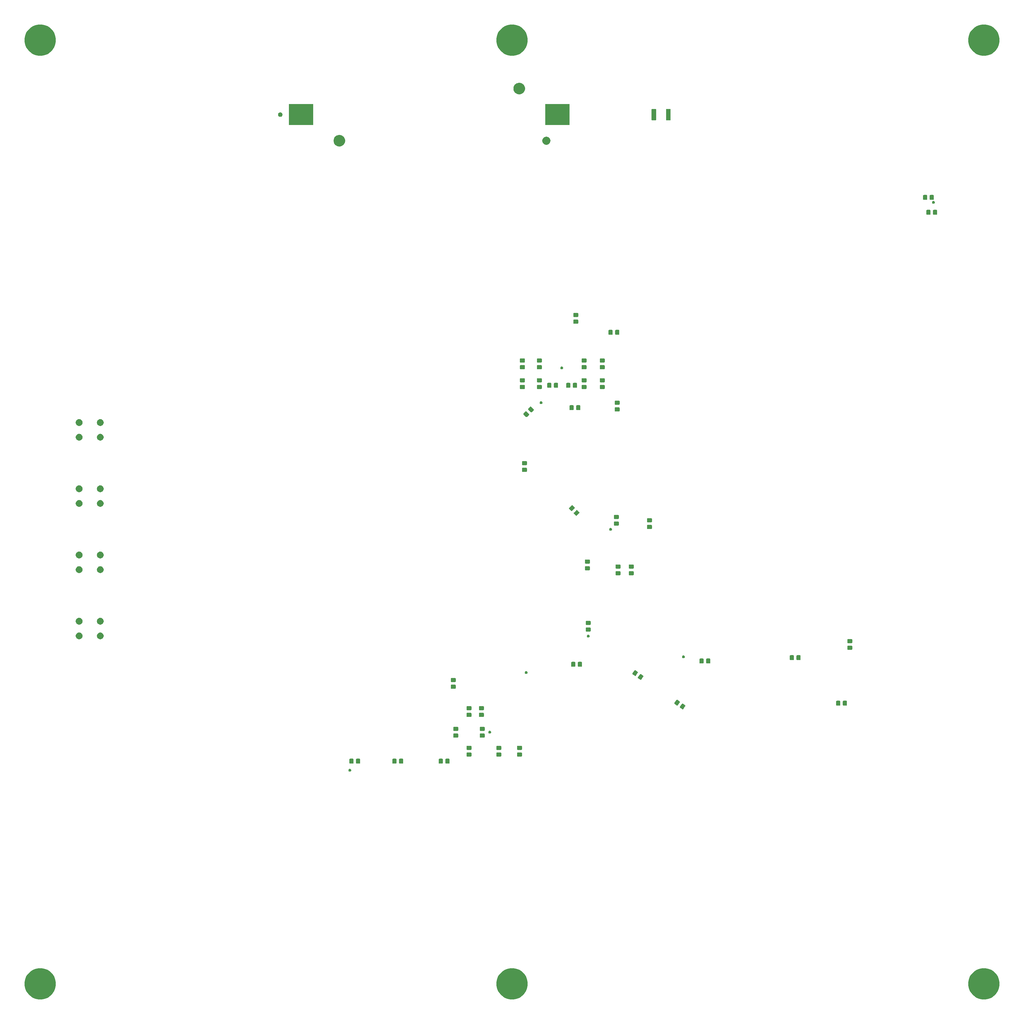
<source format=gts>
G04 #@! TF.GenerationSoftware,KiCad,Pcbnew,(5.1.2)-1*
G04 #@! TF.CreationDate,2019-05-29T16:25:34-07:00*
G04 #@! TF.ProjectId,h186-final,68313836-2d66-4696-9e61-6c2e6b696361,rev?*
G04 #@! TF.SameCoordinates,Original*
G04 #@! TF.FileFunction,Soldermask,Top*
G04 #@! TF.FilePolarity,Negative*
%FSLAX46Y46*%
G04 Gerber Fmt 4.6, Leading zero omitted, Abs format (unit mm)*
G04 Created by KiCad (PCBNEW (5.1.2)-1) date 2019-05-29 16:25:34*
%MOMM*%
%LPD*%
G04 APERTURE LIST*
%ADD10C,0.100000*%
G04 APERTURE END LIST*
D10*
G36*
X136020399Y-343363499D02*
G01*
X136894125Y-343725408D01*
X136894126Y-343725409D01*
X137680459Y-344250820D01*
X138349180Y-344919541D01*
X138700249Y-345444953D01*
X138874592Y-345705875D01*
X139236501Y-346579601D01*
X139421000Y-347507141D01*
X139421000Y-348452859D01*
X139236501Y-349380399D01*
X138874592Y-350254125D01*
X138874591Y-350254126D01*
X138349180Y-351040459D01*
X137680459Y-351709180D01*
X137155047Y-352060249D01*
X136894125Y-352234592D01*
X136020399Y-352596501D01*
X135092859Y-352781000D01*
X134147141Y-352781000D01*
X133219601Y-352596501D01*
X132345875Y-352234592D01*
X132084953Y-352060249D01*
X131559541Y-351709180D01*
X130890820Y-351040459D01*
X130365409Y-350254126D01*
X130365408Y-350254125D01*
X130003499Y-349380399D01*
X129819000Y-348452859D01*
X129819000Y-347507141D01*
X130003499Y-346579601D01*
X130365408Y-345705875D01*
X130539751Y-345444953D01*
X130890820Y-344919541D01*
X131559541Y-344250820D01*
X132345874Y-343725409D01*
X132345875Y-343725408D01*
X133219601Y-343363499D01*
X134147141Y-343179000D01*
X135092859Y-343179000D01*
X136020399Y-343363499D01*
X136020399Y-343363499D01*
G37*
G36*
X280800399Y-343363499D02*
G01*
X281674125Y-343725408D01*
X281674126Y-343725409D01*
X282460459Y-344250820D01*
X283129180Y-344919541D01*
X283480249Y-345444953D01*
X283654592Y-345705875D01*
X284016501Y-346579601D01*
X284201000Y-347507141D01*
X284201000Y-348452859D01*
X284016501Y-349380399D01*
X283654592Y-350254125D01*
X283654591Y-350254126D01*
X283129180Y-351040459D01*
X282460459Y-351709180D01*
X281935047Y-352060249D01*
X281674125Y-352234592D01*
X280800399Y-352596501D01*
X279872859Y-352781000D01*
X278927141Y-352781000D01*
X277999601Y-352596501D01*
X277125875Y-352234592D01*
X276864953Y-352060249D01*
X276339541Y-351709180D01*
X275670820Y-351040459D01*
X275145409Y-350254126D01*
X275145408Y-350254125D01*
X274783499Y-349380399D01*
X274599000Y-348452859D01*
X274599000Y-347507141D01*
X274783499Y-346579601D01*
X275145408Y-345705875D01*
X275319751Y-345444953D01*
X275670820Y-344919541D01*
X276339541Y-344250820D01*
X277125874Y-343725409D01*
X277125875Y-343725408D01*
X277999601Y-343363499D01*
X278927141Y-343179000D01*
X279872859Y-343179000D01*
X280800399Y-343363499D01*
X280800399Y-343363499D01*
G37*
G36*
X425580399Y-343363499D02*
G01*
X426454125Y-343725408D01*
X426454126Y-343725409D01*
X427240459Y-344250820D01*
X427909180Y-344919541D01*
X428260249Y-345444953D01*
X428434592Y-345705875D01*
X428796501Y-346579601D01*
X428981000Y-347507141D01*
X428981000Y-348452859D01*
X428796501Y-349380399D01*
X428434592Y-350254125D01*
X428434591Y-350254126D01*
X427909180Y-351040459D01*
X427240459Y-351709180D01*
X426715047Y-352060249D01*
X426454125Y-352234592D01*
X425580399Y-352596501D01*
X424652859Y-352781000D01*
X423707141Y-352781000D01*
X422779601Y-352596501D01*
X421905875Y-352234592D01*
X421644953Y-352060249D01*
X421119541Y-351709180D01*
X420450820Y-351040459D01*
X419925409Y-350254126D01*
X419925408Y-350254125D01*
X419563499Y-349380399D01*
X419379000Y-348452859D01*
X419379000Y-347507141D01*
X419563499Y-346579601D01*
X419925408Y-345705875D01*
X420099751Y-345444953D01*
X420450820Y-344919541D01*
X421119541Y-344250820D01*
X421905874Y-343725409D01*
X421905875Y-343725408D01*
X422779601Y-343363499D01*
X423707141Y-343179000D01*
X424652859Y-343179000D01*
X425580399Y-343363499D01*
X425580399Y-343363499D01*
G37*
G36*
X229742009Y-282032601D02*
G01*
X229820627Y-282065166D01*
X229820629Y-282065167D01*
X229891384Y-282112444D01*
X229951556Y-282172616D01*
X229951557Y-282172618D01*
X229998834Y-282243373D01*
X230031399Y-282321991D01*
X230048000Y-282405450D01*
X230048000Y-282490550D01*
X230031399Y-282574009D01*
X229998834Y-282652627D01*
X229998833Y-282652629D01*
X229951556Y-282723384D01*
X229891384Y-282783556D01*
X229820629Y-282830833D01*
X229820628Y-282830834D01*
X229820627Y-282830834D01*
X229742009Y-282863399D01*
X229658550Y-282880000D01*
X229573450Y-282880000D01*
X229489991Y-282863399D01*
X229411373Y-282830834D01*
X229411372Y-282830834D01*
X229411371Y-282830833D01*
X229340616Y-282783556D01*
X229280444Y-282723384D01*
X229233167Y-282652629D01*
X229233166Y-282652627D01*
X229200601Y-282574009D01*
X229184000Y-282490550D01*
X229184000Y-282405450D01*
X229200601Y-282321991D01*
X229233166Y-282243373D01*
X229280443Y-282172618D01*
X229280444Y-282172616D01*
X229340616Y-282112444D01*
X229411371Y-282065167D01*
X229411373Y-282065166D01*
X229489991Y-282032601D01*
X229573450Y-282016000D01*
X229658550Y-282016000D01*
X229742009Y-282032601D01*
X229742009Y-282032601D01*
G37*
G36*
X258001674Y-278907465D02*
G01*
X258039367Y-278918899D01*
X258074103Y-278937466D01*
X258104548Y-278962452D01*
X258129534Y-278992897D01*
X258148101Y-279027633D01*
X258159535Y-279065326D01*
X258164000Y-279110661D01*
X258164000Y-280197339D01*
X258159535Y-280242674D01*
X258148101Y-280280367D01*
X258129534Y-280315103D01*
X258104548Y-280345548D01*
X258074103Y-280370534D01*
X258039367Y-280389101D01*
X258001674Y-280400535D01*
X257956339Y-280405000D01*
X257119661Y-280405000D01*
X257074326Y-280400535D01*
X257036633Y-280389101D01*
X257001897Y-280370534D01*
X256971452Y-280345548D01*
X256946466Y-280315103D01*
X256927899Y-280280367D01*
X256916465Y-280242674D01*
X256912000Y-280197339D01*
X256912000Y-279110661D01*
X256916465Y-279065326D01*
X256927899Y-279027633D01*
X256946466Y-278992897D01*
X256971452Y-278962452D01*
X257001897Y-278937466D01*
X257036633Y-278918899D01*
X257074326Y-278907465D01*
X257119661Y-278903000D01*
X257956339Y-278903000D01*
X258001674Y-278907465D01*
X258001674Y-278907465D01*
G37*
G36*
X260051674Y-278907465D02*
G01*
X260089367Y-278918899D01*
X260124103Y-278937466D01*
X260154548Y-278962452D01*
X260179534Y-278992897D01*
X260198101Y-279027633D01*
X260209535Y-279065326D01*
X260214000Y-279110661D01*
X260214000Y-280197339D01*
X260209535Y-280242674D01*
X260198101Y-280280367D01*
X260179534Y-280315103D01*
X260154548Y-280345548D01*
X260124103Y-280370534D01*
X260089367Y-280389101D01*
X260051674Y-280400535D01*
X260006339Y-280405000D01*
X259169661Y-280405000D01*
X259124326Y-280400535D01*
X259086633Y-280389101D01*
X259051897Y-280370534D01*
X259021452Y-280345548D01*
X258996466Y-280315103D01*
X258977899Y-280280367D01*
X258966465Y-280242674D01*
X258962000Y-280197339D01*
X258962000Y-279110661D01*
X258966465Y-279065326D01*
X258977899Y-279027633D01*
X258996466Y-278992897D01*
X259021452Y-278962452D01*
X259051897Y-278937466D01*
X259086633Y-278918899D01*
X259124326Y-278907465D01*
X259169661Y-278903000D01*
X260006339Y-278903000D01*
X260051674Y-278907465D01*
X260051674Y-278907465D01*
G37*
G36*
X243777674Y-278907465D02*
G01*
X243815367Y-278918899D01*
X243850103Y-278937466D01*
X243880548Y-278962452D01*
X243905534Y-278992897D01*
X243924101Y-279027633D01*
X243935535Y-279065326D01*
X243940000Y-279110661D01*
X243940000Y-280197339D01*
X243935535Y-280242674D01*
X243924101Y-280280367D01*
X243905534Y-280315103D01*
X243880548Y-280345548D01*
X243850103Y-280370534D01*
X243815367Y-280389101D01*
X243777674Y-280400535D01*
X243732339Y-280405000D01*
X242895661Y-280405000D01*
X242850326Y-280400535D01*
X242812633Y-280389101D01*
X242777897Y-280370534D01*
X242747452Y-280345548D01*
X242722466Y-280315103D01*
X242703899Y-280280367D01*
X242692465Y-280242674D01*
X242688000Y-280197339D01*
X242688000Y-279110661D01*
X242692465Y-279065326D01*
X242703899Y-279027633D01*
X242722466Y-278992897D01*
X242747452Y-278962452D01*
X242777897Y-278937466D01*
X242812633Y-278918899D01*
X242850326Y-278907465D01*
X242895661Y-278903000D01*
X243732339Y-278903000D01*
X243777674Y-278907465D01*
X243777674Y-278907465D01*
G37*
G36*
X230578674Y-278907465D02*
G01*
X230616367Y-278918899D01*
X230651103Y-278937466D01*
X230681548Y-278962452D01*
X230706534Y-278992897D01*
X230725101Y-279027633D01*
X230736535Y-279065326D01*
X230741000Y-279110661D01*
X230741000Y-280197339D01*
X230736535Y-280242674D01*
X230725101Y-280280367D01*
X230706534Y-280315103D01*
X230681548Y-280345548D01*
X230651103Y-280370534D01*
X230616367Y-280389101D01*
X230578674Y-280400535D01*
X230533339Y-280405000D01*
X229696661Y-280405000D01*
X229651326Y-280400535D01*
X229613633Y-280389101D01*
X229578897Y-280370534D01*
X229548452Y-280345548D01*
X229523466Y-280315103D01*
X229504899Y-280280367D01*
X229493465Y-280242674D01*
X229489000Y-280197339D01*
X229489000Y-279110661D01*
X229493465Y-279065326D01*
X229504899Y-279027633D01*
X229523466Y-278992897D01*
X229548452Y-278962452D01*
X229578897Y-278937466D01*
X229613633Y-278918899D01*
X229651326Y-278907465D01*
X229696661Y-278903000D01*
X230533339Y-278903000D01*
X230578674Y-278907465D01*
X230578674Y-278907465D01*
G37*
G36*
X232628674Y-278907465D02*
G01*
X232666367Y-278918899D01*
X232701103Y-278937466D01*
X232731548Y-278962452D01*
X232756534Y-278992897D01*
X232775101Y-279027633D01*
X232786535Y-279065326D01*
X232791000Y-279110661D01*
X232791000Y-280197339D01*
X232786535Y-280242674D01*
X232775101Y-280280367D01*
X232756534Y-280315103D01*
X232731548Y-280345548D01*
X232701103Y-280370534D01*
X232666367Y-280389101D01*
X232628674Y-280400535D01*
X232583339Y-280405000D01*
X231746661Y-280405000D01*
X231701326Y-280400535D01*
X231663633Y-280389101D01*
X231628897Y-280370534D01*
X231598452Y-280345548D01*
X231573466Y-280315103D01*
X231554899Y-280280367D01*
X231543465Y-280242674D01*
X231539000Y-280197339D01*
X231539000Y-279110661D01*
X231543465Y-279065326D01*
X231554899Y-279027633D01*
X231573466Y-278992897D01*
X231598452Y-278962452D01*
X231628897Y-278937466D01*
X231663633Y-278918899D01*
X231701326Y-278907465D01*
X231746661Y-278903000D01*
X232583339Y-278903000D01*
X232628674Y-278907465D01*
X232628674Y-278907465D01*
G37*
G36*
X245827674Y-278907465D02*
G01*
X245865367Y-278918899D01*
X245900103Y-278937466D01*
X245930548Y-278962452D01*
X245955534Y-278992897D01*
X245974101Y-279027633D01*
X245985535Y-279065326D01*
X245990000Y-279110661D01*
X245990000Y-280197339D01*
X245985535Y-280242674D01*
X245974101Y-280280367D01*
X245955534Y-280315103D01*
X245930548Y-280345548D01*
X245900103Y-280370534D01*
X245865367Y-280389101D01*
X245827674Y-280400535D01*
X245782339Y-280405000D01*
X244945661Y-280405000D01*
X244900326Y-280400535D01*
X244862633Y-280389101D01*
X244827897Y-280370534D01*
X244797452Y-280345548D01*
X244772466Y-280315103D01*
X244753899Y-280280367D01*
X244742465Y-280242674D01*
X244738000Y-280197339D01*
X244738000Y-279110661D01*
X244742465Y-279065326D01*
X244753899Y-279027633D01*
X244772466Y-278992897D01*
X244797452Y-278962452D01*
X244827897Y-278937466D01*
X244862633Y-278918899D01*
X244900326Y-278907465D01*
X244945661Y-278903000D01*
X245782339Y-278903000D01*
X245827674Y-278907465D01*
X245827674Y-278907465D01*
G37*
G36*
X275924674Y-277009465D02*
G01*
X275962367Y-277020899D01*
X275997103Y-277039466D01*
X276027548Y-277064452D01*
X276052534Y-277094897D01*
X276071101Y-277129633D01*
X276082535Y-277167326D01*
X276087000Y-277212661D01*
X276087000Y-278049339D01*
X276082535Y-278094674D01*
X276071101Y-278132367D01*
X276052534Y-278167103D01*
X276027548Y-278197548D01*
X275997103Y-278222534D01*
X275962367Y-278241101D01*
X275924674Y-278252535D01*
X275879339Y-278257000D01*
X274792661Y-278257000D01*
X274747326Y-278252535D01*
X274709633Y-278241101D01*
X274674897Y-278222534D01*
X274644452Y-278197548D01*
X274619466Y-278167103D01*
X274600899Y-278132367D01*
X274589465Y-278094674D01*
X274585000Y-278049339D01*
X274585000Y-277212661D01*
X274589465Y-277167326D01*
X274600899Y-277129633D01*
X274619466Y-277094897D01*
X274644452Y-277064452D01*
X274674897Y-277039466D01*
X274709633Y-277020899D01*
X274747326Y-277009465D01*
X274792661Y-277005000D01*
X275879339Y-277005000D01*
X275924674Y-277009465D01*
X275924674Y-277009465D01*
G37*
G36*
X266780674Y-277000465D02*
G01*
X266818367Y-277011899D01*
X266853103Y-277030466D01*
X266883548Y-277055452D01*
X266908534Y-277085897D01*
X266927101Y-277120633D01*
X266938535Y-277158326D01*
X266943000Y-277203661D01*
X266943000Y-278040339D01*
X266938535Y-278085674D01*
X266927101Y-278123367D01*
X266908534Y-278158103D01*
X266883548Y-278188548D01*
X266853103Y-278213534D01*
X266818367Y-278232101D01*
X266780674Y-278243535D01*
X266735339Y-278248000D01*
X265648661Y-278248000D01*
X265603326Y-278243535D01*
X265565633Y-278232101D01*
X265530897Y-278213534D01*
X265500452Y-278188548D01*
X265475466Y-278158103D01*
X265456899Y-278123367D01*
X265445465Y-278085674D01*
X265441000Y-278040339D01*
X265441000Y-277203661D01*
X265445465Y-277158326D01*
X265456899Y-277120633D01*
X265475466Y-277085897D01*
X265500452Y-277055452D01*
X265530897Y-277030466D01*
X265565633Y-277011899D01*
X265603326Y-277000465D01*
X265648661Y-276996000D01*
X266735339Y-276996000D01*
X266780674Y-277000465D01*
X266780674Y-277000465D01*
G37*
G36*
X282274674Y-277000465D02*
G01*
X282312367Y-277011899D01*
X282347103Y-277030466D01*
X282377548Y-277055452D01*
X282402534Y-277085897D01*
X282421101Y-277120633D01*
X282432535Y-277158326D01*
X282437000Y-277203661D01*
X282437000Y-278040339D01*
X282432535Y-278085674D01*
X282421101Y-278123367D01*
X282402534Y-278158103D01*
X282377548Y-278188548D01*
X282347103Y-278213534D01*
X282312367Y-278232101D01*
X282274674Y-278243535D01*
X282229339Y-278248000D01*
X281142661Y-278248000D01*
X281097326Y-278243535D01*
X281059633Y-278232101D01*
X281024897Y-278213534D01*
X280994452Y-278188548D01*
X280969466Y-278158103D01*
X280950899Y-278123367D01*
X280939465Y-278085674D01*
X280935000Y-278040339D01*
X280935000Y-277203661D01*
X280939465Y-277158326D01*
X280950899Y-277120633D01*
X280969466Y-277085897D01*
X280994452Y-277055452D01*
X281024897Y-277030466D01*
X281059633Y-277011899D01*
X281097326Y-277000465D01*
X281142661Y-276996000D01*
X282229339Y-276996000D01*
X282274674Y-277000465D01*
X282274674Y-277000465D01*
G37*
G36*
X275924674Y-274959465D02*
G01*
X275962367Y-274970899D01*
X275997103Y-274989466D01*
X276027548Y-275014452D01*
X276052534Y-275044897D01*
X276071101Y-275079633D01*
X276082535Y-275117326D01*
X276087000Y-275162661D01*
X276087000Y-275999339D01*
X276082535Y-276044674D01*
X276071101Y-276082367D01*
X276052534Y-276117103D01*
X276027548Y-276147548D01*
X275997103Y-276172534D01*
X275962367Y-276191101D01*
X275924674Y-276202535D01*
X275879339Y-276207000D01*
X274792661Y-276207000D01*
X274747326Y-276202535D01*
X274709633Y-276191101D01*
X274674897Y-276172534D01*
X274644452Y-276147548D01*
X274619466Y-276117103D01*
X274600899Y-276082367D01*
X274589465Y-276044674D01*
X274585000Y-275999339D01*
X274585000Y-275162661D01*
X274589465Y-275117326D01*
X274600899Y-275079633D01*
X274619466Y-275044897D01*
X274644452Y-275014452D01*
X274674897Y-274989466D01*
X274709633Y-274970899D01*
X274747326Y-274959465D01*
X274792661Y-274955000D01*
X275879339Y-274955000D01*
X275924674Y-274959465D01*
X275924674Y-274959465D01*
G37*
G36*
X266780674Y-274950465D02*
G01*
X266818367Y-274961899D01*
X266853103Y-274980466D01*
X266883548Y-275005452D01*
X266908534Y-275035897D01*
X266927101Y-275070633D01*
X266938535Y-275108326D01*
X266943000Y-275153661D01*
X266943000Y-275990339D01*
X266938535Y-276035674D01*
X266927101Y-276073367D01*
X266908534Y-276108103D01*
X266883548Y-276138548D01*
X266853103Y-276163534D01*
X266818367Y-276182101D01*
X266780674Y-276193535D01*
X266735339Y-276198000D01*
X265648661Y-276198000D01*
X265603326Y-276193535D01*
X265565633Y-276182101D01*
X265530897Y-276163534D01*
X265500452Y-276138548D01*
X265475466Y-276108103D01*
X265456899Y-276073367D01*
X265445465Y-276035674D01*
X265441000Y-275990339D01*
X265441000Y-275153661D01*
X265445465Y-275108326D01*
X265456899Y-275070633D01*
X265475466Y-275035897D01*
X265500452Y-275005452D01*
X265530897Y-274980466D01*
X265565633Y-274961899D01*
X265603326Y-274950465D01*
X265648661Y-274946000D01*
X266735339Y-274946000D01*
X266780674Y-274950465D01*
X266780674Y-274950465D01*
G37*
G36*
X282274674Y-274950465D02*
G01*
X282312367Y-274961899D01*
X282347103Y-274980466D01*
X282377548Y-275005452D01*
X282402534Y-275035897D01*
X282421101Y-275070633D01*
X282432535Y-275108326D01*
X282437000Y-275153661D01*
X282437000Y-275990339D01*
X282432535Y-276035674D01*
X282421101Y-276073367D01*
X282402534Y-276108103D01*
X282377548Y-276138548D01*
X282347103Y-276163534D01*
X282312367Y-276182101D01*
X282274674Y-276193535D01*
X282229339Y-276198000D01*
X281142661Y-276198000D01*
X281097326Y-276193535D01*
X281059633Y-276182101D01*
X281024897Y-276163534D01*
X280994452Y-276138548D01*
X280969466Y-276108103D01*
X280950899Y-276073367D01*
X280939465Y-276035674D01*
X280935000Y-275990339D01*
X280935000Y-275153661D01*
X280939465Y-275108326D01*
X280950899Y-275070633D01*
X280969466Y-275035897D01*
X280994452Y-275005452D01*
X281024897Y-274980466D01*
X281059633Y-274961899D01*
X281097326Y-274950465D01*
X281142661Y-274946000D01*
X282229339Y-274946000D01*
X282274674Y-274950465D01*
X282274674Y-274950465D01*
G37*
G36*
X262716674Y-271176465D02*
G01*
X262754367Y-271187899D01*
X262789103Y-271206466D01*
X262819548Y-271231452D01*
X262844534Y-271261897D01*
X262863101Y-271296633D01*
X262874535Y-271334326D01*
X262879000Y-271379661D01*
X262879000Y-272216339D01*
X262874535Y-272261674D01*
X262863101Y-272299367D01*
X262844534Y-272334103D01*
X262819548Y-272364548D01*
X262789103Y-272389534D01*
X262754367Y-272408101D01*
X262716674Y-272419535D01*
X262671339Y-272424000D01*
X261584661Y-272424000D01*
X261539326Y-272419535D01*
X261501633Y-272408101D01*
X261466897Y-272389534D01*
X261436452Y-272364548D01*
X261411466Y-272334103D01*
X261392899Y-272299367D01*
X261381465Y-272261674D01*
X261377000Y-272216339D01*
X261377000Y-271379661D01*
X261381465Y-271334326D01*
X261392899Y-271296633D01*
X261411466Y-271261897D01*
X261436452Y-271231452D01*
X261466897Y-271206466D01*
X261501633Y-271187899D01*
X261539326Y-271176465D01*
X261584661Y-271172000D01*
X262671339Y-271172000D01*
X262716674Y-271176465D01*
X262716674Y-271176465D01*
G37*
G36*
X270844674Y-271176465D02*
G01*
X270882367Y-271187899D01*
X270917103Y-271206466D01*
X270947548Y-271231452D01*
X270972534Y-271261897D01*
X270991101Y-271296633D01*
X271002535Y-271334326D01*
X271007000Y-271379661D01*
X271007000Y-272216339D01*
X271002535Y-272261674D01*
X270991101Y-272299367D01*
X270972534Y-272334103D01*
X270947548Y-272364548D01*
X270917103Y-272389534D01*
X270882367Y-272408101D01*
X270844674Y-272419535D01*
X270799339Y-272424000D01*
X269712661Y-272424000D01*
X269667326Y-272419535D01*
X269629633Y-272408101D01*
X269594897Y-272389534D01*
X269564452Y-272364548D01*
X269539466Y-272334103D01*
X269520899Y-272299367D01*
X269509465Y-272261674D01*
X269505000Y-272216339D01*
X269505000Y-271379661D01*
X269509465Y-271334326D01*
X269520899Y-271296633D01*
X269539466Y-271261897D01*
X269564452Y-271231452D01*
X269594897Y-271206466D01*
X269629633Y-271187899D01*
X269667326Y-271176465D01*
X269712661Y-271172000D01*
X270799339Y-271172000D01*
X270844674Y-271176465D01*
X270844674Y-271176465D01*
G37*
G36*
X272668009Y-270348601D02*
G01*
X272746627Y-270381166D01*
X272746629Y-270381167D01*
X272817384Y-270428444D01*
X272877556Y-270488616D01*
X272877557Y-270488618D01*
X272924834Y-270559373D01*
X272957399Y-270637991D01*
X272974000Y-270721450D01*
X272974000Y-270806550D01*
X272957399Y-270890009D01*
X272924834Y-270968627D01*
X272924833Y-270968629D01*
X272877556Y-271039384D01*
X272817384Y-271099556D01*
X272746629Y-271146833D01*
X272746628Y-271146834D01*
X272746627Y-271146834D01*
X272668009Y-271179399D01*
X272584550Y-271196000D01*
X272499450Y-271196000D01*
X272415991Y-271179399D01*
X272337373Y-271146834D01*
X272337372Y-271146834D01*
X272337371Y-271146833D01*
X272266616Y-271099556D01*
X272206444Y-271039384D01*
X272159167Y-270968629D01*
X272159166Y-270968627D01*
X272126601Y-270890009D01*
X272110000Y-270806550D01*
X272110000Y-270721450D01*
X272126601Y-270637991D01*
X272159166Y-270559373D01*
X272206443Y-270488618D01*
X272206444Y-270488616D01*
X272266616Y-270428444D01*
X272337371Y-270381167D01*
X272337373Y-270381166D01*
X272415991Y-270348601D01*
X272499450Y-270332000D01*
X272584550Y-270332000D01*
X272668009Y-270348601D01*
X272668009Y-270348601D01*
G37*
G36*
X262716674Y-269126465D02*
G01*
X262754367Y-269137899D01*
X262789103Y-269156466D01*
X262819548Y-269181452D01*
X262844534Y-269211897D01*
X262863101Y-269246633D01*
X262874535Y-269284326D01*
X262879000Y-269329661D01*
X262879000Y-270166339D01*
X262874535Y-270211674D01*
X262863101Y-270249367D01*
X262844534Y-270284103D01*
X262819548Y-270314548D01*
X262789103Y-270339534D01*
X262754367Y-270358101D01*
X262716674Y-270369535D01*
X262671339Y-270374000D01*
X261584661Y-270374000D01*
X261539326Y-270369535D01*
X261501633Y-270358101D01*
X261466897Y-270339534D01*
X261436452Y-270314548D01*
X261411466Y-270284103D01*
X261392899Y-270249367D01*
X261381465Y-270211674D01*
X261377000Y-270166339D01*
X261377000Y-269329661D01*
X261381465Y-269284326D01*
X261392899Y-269246633D01*
X261411466Y-269211897D01*
X261436452Y-269181452D01*
X261466897Y-269156466D01*
X261501633Y-269137899D01*
X261539326Y-269126465D01*
X261584661Y-269122000D01*
X262671339Y-269122000D01*
X262716674Y-269126465D01*
X262716674Y-269126465D01*
G37*
G36*
X270844674Y-269126465D02*
G01*
X270882367Y-269137899D01*
X270917103Y-269156466D01*
X270947548Y-269181452D01*
X270972534Y-269211897D01*
X270991101Y-269246633D01*
X271002535Y-269284326D01*
X271007000Y-269329661D01*
X271007000Y-270166339D01*
X271002535Y-270211674D01*
X270991101Y-270249367D01*
X270972534Y-270284103D01*
X270947548Y-270314548D01*
X270917103Y-270339534D01*
X270882367Y-270358101D01*
X270844674Y-270369535D01*
X270799339Y-270374000D01*
X269712661Y-270374000D01*
X269667326Y-270369535D01*
X269629633Y-270358101D01*
X269594897Y-270339534D01*
X269564452Y-270314548D01*
X269539466Y-270284103D01*
X269520899Y-270249367D01*
X269509465Y-270211674D01*
X269505000Y-270166339D01*
X269505000Y-269329661D01*
X269509465Y-269284326D01*
X269520899Y-269246633D01*
X269539466Y-269211897D01*
X269564452Y-269181452D01*
X269594897Y-269156466D01*
X269629633Y-269137899D01*
X269667326Y-269126465D01*
X269712661Y-269122000D01*
X270799339Y-269122000D01*
X270844674Y-269126465D01*
X270844674Y-269126465D01*
G37*
G36*
X266780674Y-264826465D02*
G01*
X266818367Y-264837899D01*
X266853103Y-264856466D01*
X266883548Y-264881452D01*
X266908534Y-264911897D01*
X266927101Y-264946633D01*
X266938535Y-264984326D01*
X266943000Y-265029661D01*
X266943000Y-265866339D01*
X266938535Y-265911674D01*
X266927101Y-265949367D01*
X266908534Y-265984103D01*
X266883548Y-266014548D01*
X266853103Y-266039534D01*
X266818367Y-266058101D01*
X266780674Y-266069535D01*
X266735339Y-266074000D01*
X265648661Y-266074000D01*
X265603326Y-266069535D01*
X265565633Y-266058101D01*
X265530897Y-266039534D01*
X265500452Y-266014548D01*
X265475466Y-265984103D01*
X265456899Y-265949367D01*
X265445465Y-265911674D01*
X265441000Y-265866339D01*
X265441000Y-265029661D01*
X265445465Y-264984326D01*
X265456899Y-264946633D01*
X265475466Y-264911897D01*
X265500452Y-264881452D01*
X265530897Y-264856466D01*
X265565633Y-264837899D01*
X265603326Y-264826465D01*
X265648661Y-264822000D01*
X266735339Y-264822000D01*
X266780674Y-264826465D01*
X266780674Y-264826465D01*
G37*
G36*
X270590674Y-264826465D02*
G01*
X270628367Y-264837899D01*
X270663103Y-264856466D01*
X270693548Y-264881452D01*
X270718534Y-264911897D01*
X270737101Y-264946633D01*
X270748535Y-264984326D01*
X270753000Y-265029661D01*
X270753000Y-265866339D01*
X270748535Y-265911674D01*
X270737101Y-265949367D01*
X270718534Y-265984103D01*
X270693548Y-266014548D01*
X270663103Y-266039534D01*
X270628367Y-266058101D01*
X270590674Y-266069535D01*
X270545339Y-266074000D01*
X269458661Y-266074000D01*
X269413326Y-266069535D01*
X269375633Y-266058101D01*
X269340897Y-266039534D01*
X269310452Y-266014548D01*
X269285466Y-265984103D01*
X269266899Y-265949367D01*
X269255465Y-265911674D01*
X269251000Y-265866339D01*
X269251000Y-265029661D01*
X269255465Y-264984326D01*
X269266899Y-264946633D01*
X269285466Y-264911897D01*
X269310452Y-264881452D01*
X269340897Y-264856466D01*
X269375633Y-264837899D01*
X269413326Y-264826465D01*
X269458661Y-264822000D01*
X270545339Y-264822000D01*
X270590674Y-264826465D01*
X270590674Y-264826465D01*
G37*
G36*
X270590674Y-262776465D02*
G01*
X270628367Y-262787899D01*
X270663103Y-262806466D01*
X270693548Y-262831452D01*
X270718534Y-262861897D01*
X270737101Y-262896633D01*
X270748535Y-262934326D01*
X270753000Y-262979661D01*
X270753000Y-263816339D01*
X270748535Y-263861674D01*
X270737101Y-263899367D01*
X270718534Y-263934103D01*
X270693548Y-263964548D01*
X270663103Y-263989534D01*
X270628367Y-264008101D01*
X270590674Y-264019535D01*
X270545339Y-264024000D01*
X269458661Y-264024000D01*
X269413326Y-264019535D01*
X269375633Y-264008101D01*
X269340897Y-263989534D01*
X269310452Y-263964548D01*
X269285466Y-263934103D01*
X269266899Y-263899367D01*
X269255465Y-263861674D01*
X269251000Y-263816339D01*
X269251000Y-262979661D01*
X269255465Y-262934326D01*
X269266899Y-262896633D01*
X269285466Y-262861897D01*
X269310452Y-262831452D01*
X269340897Y-262806466D01*
X269375633Y-262787899D01*
X269413326Y-262776465D01*
X269458661Y-262772000D01*
X270545339Y-262772000D01*
X270590674Y-262776465D01*
X270590674Y-262776465D01*
G37*
G36*
X266780674Y-262776465D02*
G01*
X266818367Y-262787899D01*
X266853103Y-262806466D01*
X266883548Y-262831452D01*
X266908534Y-262861897D01*
X266927101Y-262896633D01*
X266938535Y-262934326D01*
X266943000Y-262979661D01*
X266943000Y-263816339D01*
X266938535Y-263861674D01*
X266927101Y-263899367D01*
X266908534Y-263934103D01*
X266883548Y-263964548D01*
X266853103Y-263989534D01*
X266818367Y-264008101D01*
X266780674Y-264019535D01*
X266735339Y-264024000D01*
X265648661Y-264024000D01*
X265603326Y-264019535D01*
X265565633Y-264008101D01*
X265530897Y-263989534D01*
X265500452Y-263964548D01*
X265475466Y-263934103D01*
X265456899Y-263899367D01*
X265445465Y-263861674D01*
X265441000Y-263816339D01*
X265441000Y-262979661D01*
X265445465Y-262934326D01*
X265456899Y-262896633D01*
X265475466Y-262861897D01*
X265500452Y-262831452D01*
X265530897Y-262806466D01*
X265565633Y-262787899D01*
X265603326Y-262776465D01*
X265648661Y-262772000D01*
X266735339Y-262772000D01*
X266780674Y-262776465D01*
X266780674Y-262776465D01*
G37*
G36*
X331734941Y-262000268D02*
G01*
X331772377Y-262012522D01*
X331812072Y-262034866D01*
X332497436Y-262514763D01*
X332532015Y-262544427D01*
X332556330Y-262575409D01*
X332574136Y-262610545D01*
X332584744Y-262648475D01*
X332587749Y-262687750D01*
X332583035Y-262726850D01*
X332570781Y-262764286D01*
X332548437Y-262803981D01*
X331925146Y-263694133D01*
X331895482Y-263728712D01*
X331864500Y-263753027D01*
X331829364Y-263770833D01*
X331791434Y-263781441D01*
X331752159Y-263784446D01*
X331713059Y-263779732D01*
X331675623Y-263767478D01*
X331635928Y-263745134D01*
X330950564Y-263265237D01*
X330915985Y-263235573D01*
X330891670Y-263204591D01*
X330873864Y-263169455D01*
X330863256Y-263131525D01*
X330860251Y-263092250D01*
X330864965Y-263053150D01*
X330877219Y-263015714D01*
X330899563Y-262976019D01*
X331522854Y-262085867D01*
X331552518Y-262051288D01*
X331583500Y-262026973D01*
X331618636Y-262009167D01*
X331656566Y-261998559D01*
X331695841Y-261995554D01*
X331734941Y-262000268D01*
X331734941Y-262000268D01*
G37*
G36*
X379939674Y-261127465D02*
G01*
X379977367Y-261138899D01*
X380012103Y-261157466D01*
X380042548Y-261182452D01*
X380067534Y-261212897D01*
X380086101Y-261247633D01*
X380097535Y-261285326D01*
X380102000Y-261330661D01*
X380102000Y-262417339D01*
X380097535Y-262462674D01*
X380086101Y-262500367D01*
X380067534Y-262535103D01*
X380042548Y-262565548D01*
X380012103Y-262590534D01*
X379977367Y-262609101D01*
X379939674Y-262620535D01*
X379894339Y-262625000D01*
X379057661Y-262625000D01*
X379012326Y-262620535D01*
X378974633Y-262609101D01*
X378939897Y-262590534D01*
X378909452Y-262565548D01*
X378884466Y-262535103D01*
X378865899Y-262500367D01*
X378854465Y-262462674D01*
X378850000Y-262417339D01*
X378850000Y-261330661D01*
X378854465Y-261285326D01*
X378865899Y-261247633D01*
X378884466Y-261212897D01*
X378909452Y-261182452D01*
X378939897Y-261157466D01*
X378974633Y-261138899D01*
X379012326Y-261127465D01*
X379057661Y-261123000D01*
X379894339Y-261123000D01*
X379939674Y-261127465D01*
X379939674Y-261127465D01*
G37*
G36*
X381989674Y-261127465D02*
G01*
X382027367Y-261138899D01*
X382062103Y-261157466D01*
X382092548Y-261182452D01*
X382117534Y-261212897D01*
X382136101Y-261247633D01*
X382147535Y-261285326D01*
X382152000Y-261330661D01*
X382152000Y-262417339D01*
X382147535Y-262462674D01*
X382136101Y-262500367D01*
X382117534Y-262535103D01*
X382092548Y-262565548D01*
X382062103Y-262590534D01*
X382027367Y-262609101D01*
X381989674Y-262620535D01*
X381944339Y-262625000D01*
X381107661Y-262625000D01*
X381062326Y-262620535D01*
X381024633Y-262609101D01*
X380989897Y-262590534D01*
X380959452Y-262565548D01*
X380934466Y-262535103D01*
X380915899Y-262500367D01*
X380904465Y-262462674D01*
X380900000Y-262417339D01*
X380900000Y-261330661D01*
X380904465Y-261285326D01*
X380915899Y-261247633D01*
X380934466Y-261212897D01*
X380959452Y-261182452D01*
X380989897Y-261157466D01*
X381024633Y-261138899D01*
X381062326Y-261127465D01*
X381107661Y-261123000D01*
X381944339Y-261123000D01*
X381989674Y-261127465D01*
X381989674Y-261127465D01*
G37*
G36*
X330055679Y-260824436D02*
G01*
X330093115Y-260836690D01*
X330132810Y-260859034D01*
X330818174Y-261338931D01*
X330852753Y-261368595D01*
X330877068Y-261399577D01*
X330894874Y-261434713D01*
X330905482Y-261472643D01*
X330908487Y-261511918D01*
X330903773Y-261551018D01*
X330891519Y-261588454D01*
X330869175Y-261628149D01*
X330245884Y-262518301D01*
X330216220Y-262552880D01*
X330185238Y-262577195D01*
X330150102Y-262595001D01*
X330112172Y-262605609D01*
X330072897Y-262608614D01*
X330033797Y-262603900D01*
X329996361Y-262591646D01*
X329956666Y-262569302D01*
X329271302Y-262089405D01*
X329236723Y-262059741D01*
X329212408Y-262028759D01*
X329194602Y-261993623D01*
X329183994Y-261955693D01*
X329180989Y-261916418D01*
X329185703Y-261877318D01*
X329197957Y-261839882D01*
X329220301Y-261800187D01*
X329843592Y-260910035D01*
X329873256Y-260875456D01*
X329904238Y-260851141D01*
X329939374Y-260833335D01*
X329977304Y-260822727D01*
X330016579Y-260819722D01*
X330055679Y-260824436D01*
X330055679Y-260824436D01*
G37*
G36*
X261954674Y-256190465D02*
G01*
X261992367Y-256201899D01*
X262027103Y-256220466D01*
X262057548Y-256245452D01*
X262082534Y-256275897D01*
X262101101Y-256310633D01*
X262112535Y-256348326D01*
X262117000Y-256393661D01*
X262117000Y-257230339D01*
X262112535Y-257275674D01*
X262101101Y-257313367D01*
X262082534Y-257348103D01*
X262057548Y-257378548D01*
X262027103Y-257403534D01*
X261992367Y-257422101D01*
X261954674Y-257433535D01*
X261909339Y-257438000D01*
X260822661Y-257438000D01*
X260777326Y-257433535D01*
X260739633Y-257422101D01*
X260704897Y-257403534D01*
X260674452Y-257378548D01*
X260649466Y-257348103D01*
X260630899Y-257313367D01*
X260619465Y-257275674D01*
X260615000Y-257230339D01*
X260615000Y-256393661D01*
X260619465Y-256348326D01*
X260630899Y-256310633D01*
X260649466Y-256275897D01*
X260674452Y-256245452D01*
X260704897Y-256220466D01*
X260739633Y-256201899D01*
X260777326Y-256190465D01*
X260822661Y-256186000D01*
X261909339Y-256186000D01*
X261954674Y-256190465D01*
X261954674Y-256190465D01*
G37*
G36*
X261954674Y-254140465D02*
G01*
X261992367Y-254151899D01*
X262027103Y-254170466D01*
X262057548Y-254195452D01*
X262082534Y-254225897D01*
X262101101Y-254260633D01*
X262112535Y-254298326D01*
X262117000Y-254343661D01*
X262117000Y-255180339D01*
X262112535Y-255225674D01*
X262101101Y-255263367D01*
X262082534Y-255298103D01*
X262057548Y-255328548D01*
X262027103Y-255353534D01*
X261992367Y-255372101D01*
X261954674Y-255383535D01*
X261909339Y-255388000D01*
X260822661Y-255388000D01*
X260777326Y-255383535D01*
X260739633Y-255372101D01*
X260704897Y-255353534D01*
X260674452Y-255328548D01*
X260649466Y-255298103D01*
X260630899Y-255263367D01*
X260619465Y-255225674D01*
X260615000Y-255180339D01*
X260615000Y-254343661D01*
X260619465Y-254298326D01*
X260630899Y-254260633D01*
X260649466Y-254225897D01*
X260674452Y-254195452D01*
X260704897Y-254170466D01*
X260739633Y-254151899D01*
X260777326Y-254140465D01*
X260822661Y-254136000D01*
X261909339Y-254136000D01*
X261954674Y-254140465D01*
X261954674Y-254140465D01*
G37*
G36*
X318858572Y-252936184D02*
G01*
X318896008Y-252948438D01*
X318935703Y-252970782D01*
X319621067Y-253450679D01*
X319655646Y-253480343D01*
X319679961Y-253511325D01*
X319697767Y-253546461D01*
X319708375Y-253584391D01*
X319711380Y-253623666D01*
X319706666Y-253662766D01*
X319694412Y-253700202D01*
X319672068Y-253739897D01*
X319048777Y-254630049D01*
X319019113Y-254664628D01*
X318988131Y-254688943D01*
X318952995Y-254706749D01*
X318915065Y-254717357D01*
X318875790Y-254720362D01*
X318836690Y-254715648D01*
X318799254Y-254703394D01*
X318759559Y-254681050D01*
X318074195Y-254201153D01*
X318039616Y-254171489D01*
X318015301Y-254140507D01*
X317997495Y-254105371D01*
X317986887Y-254067441D01*
X317983882Y-254028166D01*
X317988596Y-253989066D01*
X318000850Y-253951630D01*
X318023194Y-253911935D01*
X318646485Y-253021783D01*
X318676149Y-252987204D01*
X318707131Y-252962889D01*
X318742267Y-252945083D01*
X318780197Y-252934475D01*
X318819472Y-252931470D01*
X318858572Y-252936184D01*
X318858572Y-252936184D01*
G37*
G36*
X317179310Y-251760352D02*
G01*
X317216746Y-251772606D01*
X317256441Y-251794950D01*
X317941805Y-252274847D01*
X317976384Y-252304511D01*
X318000699Y-252335493D01*
X318018505Y-252370629D01*
X318029113Y-252408559D01*
X318032118Y-252447834D01*
X318027404Y-252486934D01*
X318015150Y-252524370D01*
X317992806Y-252564065D01*
X317369515Y-253454217D01*
X317339851Y-253488796D01*
X317308869Y-253513111D01*
X317273733Y-253530917D01*
X317235803Y-253541525D01*
X317196528Y-253544530D01*
X317157428Y-253539816D01*
X317119992Y-253527562D01*
X317080297Y-253505218D01*
X316394933Y-253025321D01*
X316360354Y-252995657D01*
X316336039Y-252964675D01*
X316318233Y-252929539D01*
X316307625Y-252891609D01*
X316304620Y-252852334D01*
X316309334Y-252813234D01*
X316321588Y-252775798D01*
X316343932Y-252736103D01*
X316967223Y-251845951D01*
X316996887Y-251811372D01*
X317027869Y-251787057D01*
X317063005Y-251769251D01*
X317100935Y-251758643D01*
X317140210Y-251755638D01*
X317179310Y-251760352D01*
X317179310Y-251760352D01*
G37*
G36*
X283844009Y-252060601D02*
G01*
X283922627Y-252093166D01*
X283922629Y-252093167D01*
X283993384Y-252140444D01*
X284053556Y-252200616D01*
X284100833Y-252271371D01*
X284100834Y-252271373D01*
X284133399Y-252349991D01*
X284150000Y-252433450D01*
X284150000Y-252518550D01*
X284133399Y-252602009D01*
X284127226Y-252616911D01*
X284100833Y-252680629D01*
X284053556Y-252751384D01*
X283993384Y-252811556D01*
X283922629Y-252858833D01*
X283922628Y-252858834D01*
X283922627Y-252858834D01*
X283844009Y-252891399D01*
X283760550Y-252908000D01*
X283675450Y-252908000D01*
X283591991Y-252891399D01*
X283513373Y-252858834D01*
X283513372Y-252858834D01*
X283513371Y-252858833D01*
X283442616Y-252811556D01*
X283382444Y-252751384D01*
X283335167Y-252680629D01*
X283308774Y-252616911D01*
X283302601Y-252602009D01*
X283286000Y-252518550D01*
X283286000Y-252433450D01*
X283302601Y-252349991D01*
X283335166Y-252271373D01*
X283335167Y-252271371D01*
X283382444Y-252200616D01*
X283442616Y-252140444D01*
X283513371Y-252093167D01*
X283513373Y-252093166D01*
X283591991Y-252060601D01*
X283675450Y-252044000D01*
X283760550Y-252044000D01*
X283844009Y-252060601D01*
X283844009Y-252060601D01*
G37*
G36*
X298641674Y-249189465D02*
G01*
X298679367Y-249200899D01*
X298714103Y-249219466D01*
X298744548Y-249244452D01*
X298769534Y-249274897D01*
X298788101Y-249309633D01*
X298799535Y-249347326D01*
X298804000Y-249392661D01*
X298804000Y-250479339D01*
X298799535Y-250524674D01*
X298788101Y-250562367D01*
X298769534Y-250597103D01*
X298744548Y-250627548D01*
X298714103Y-250652534D01*
X298679367Y-250671101D01*
X298641674Y-250682535D01*
X298596339Y-250687000D01*
X297759661Y-250687000D01*
X297714326Y-250682535D01*
X297676633Y-250671101D01*
X297641897Y-250652534D01*
X297611452Y-250627548D01*
X297586466Y-250597103D01*
X297567899Y-250562367D01*
X297556465Y-250524674D01*
X297552000Y-250479339D01*
X297552000Y-249392661D01*
X297556465Y-249347326D01*
X297567899Y-249309633D01*
X297586466Y-249274897D01*
X297611452Y-249244452D01*
X297641897Y-249219466D01*
X297676633Y-249200899D01*
X297714326Y-249189465D01*
X297759661Y-249185000D01*
X298596339Y-249185000D01*
X298641674Y-249189465D01*
X298641674Y-249189465D01*
G37*
G36*
X300691674Y-249189465D02*
G01*
X300729367Y-249200899D01*
X300764103Y-249219466D01*
X300794548Y-249244452D01*
X300819534Y-249274897D01*
X300838101Y-249309633D01*
X300849535Y-249347326D01*
X300854000Y-249392661D01*
X300854000Y-250479339D01*
X300849535Y-250524674D01*
X300838101Y-250562367D01*
X300819534Y-250597103D01*
X300794548Y-250627548D01*
X300764103Y-250652534D01*
X300729367Y-250671101D01*
X300691674Y-250682535D01*
X300646339Y-250687000D01*
X299809661Y-250687000D01*
X299764326Y-250682535D01*
X299726633Y-250671101D01*
X299691897Y-250652534D01*
X299661452Y-250627548D01*
X299636466Y-250597103D01*
X299617899Y-250562367D01*
X299606465Y-250524674D01*
X299602000Y-250479339D01*
X299602000Y-249392661D01*
X299606465Y-249347326D01*
X299617899Y-249309633D01*
X299636466Y-249274897D01*
X299661452Y-249244452D01*
X299691897Y-249219466D01*
X299726633Y-249200899D01*
X299764326Y-249189465D01*
X299809661Y-249185000D01*
X300646339Y-249185000D01*
X300691674Y-249189465D01*
X300691674Y-249189465D01*
G37*
G36*
X340061674Y-248173465D02*
G01*
X340099367Y-248184899D01*
X340134103Y-248203466D01*
X340164548Y-248228452D01*
X340189534Y-248258897D01*
X340208101Y-248293633D01*
X340219535Y-248331326D01*
X340224000Y-248376661D01*
X340224000Y-249463339D01*
X340219535Y-249508674D01*
X340208101Y-249546367D01*
X340189534Y-249581103D01*
X340164548Y-249611548D01*
X340134103Y-249636534D01*
X340099367Y-249655101D01*
X340061674Y-249666535D01*
X340016339Y-249671000D01*
X339179661Y-249671000D01*
X339134326Y-249666535D01*
X339096633Y-249655101D01*
X339061897Y-249636534D01*
X339031452Y-249611548D01*
X339006466Y-249581103D01*
X338987899Y-249546367D01*
X338976465Y-249508674D01*
X338972000Y-249463339D01*
X338972000Y-248376661D01*
X338976465Y-248331326D01*
X338987899Y-248293633D01*
X339006466Y-248258897D01*
X339031452Y-248228452D01*
X339061897Y-248203466D01*
X339096633Y-248184899D01*
X339134326Y-248173465D01*
X339179661Y-248169000D01*
X340016339Y-248169000D01*
X340061674Y-248173465D01*
X340061674Y-248173465D01*
G37*
G36*
X338011674Y-248173465D02*
G01*
X338049367Y-248184899D01*
X338084103Y-248203466D01*
X338114548Y-248228452D01*
X338139534Y-248258897D01*
X338158101Y-248293633D01*
X338169535Y-248331326D01*
X338174000Y-248376661D01*
X338174000Y-249463339D01*
X338169535Y-249508674D01*
X338158101Y-249546367D01*
X338139534Y-249581103D01*
X338114548Y-249611548D01*
X338084103Y-249636534D01*
X338049367Y-249655101D01*
X338011674Y-249666535D01*
X337966339Y-249671000D01*
X337129661Y-249671000D01*
X337084326Y-249666535D01*
X337046633Y-249655101D01*
X337011897Y-249636534D01*
X336981452Y-249611548D01*
X336956466Y-249581103D01*
X336937899Y-249546367D01*
X336926465Y-249508674D01*
X336922000Y-249463339D01*
X336922000Y-248376661D01*
X336926465Y-248331326D01*
X336937899Y-248293633D01*
X336956466Y-248258897D01*
X336981452Y-248228452D01*
X337011897Y-248203466D01*
X337046633Y-248184899D01*
X337084326Y-248173465D01*
X337129661Y-248169000D01*
X337966339Y-248169000D01*
X338011674Y-248173465D01*
X338011674Y-248173465D01*
G37*
G36*
X367765674Y-247157465D02*
G01*
X367803367Y-247168899D01*
X367838103Y-247187466D01*
X367868548Y-247212452D01*
X367893534Y-247242897D01*
X367912101Y-247277633D01*
X367923535Y-247315326D01*
X367928000Y-247360661D01*
X367928000Y-248447339D01*
X367923535Y-248492674D01*
X367912101Y-248530367D01*
X367893534Y-248565103D01*
X367868548Y-248595548D01*
X367838103Y-248620534D01*
X367803367Y-248639101D01*
X367765674Y-248650535D01*
X367720339Y-248655000D01*
X366883661Y-248655000D01*
X366838326Y-248650535D01*
X366800633Y-248639101D01*
X366765897Y-248620534D01*
X366735452Y-248595548D01*
X366710466Y-248565103D01*
X366691899Y-248530367D01*
X366680465Y-248492674D01*
X366676000Y-248447339D01*
X366676000Y-247360661D01*
X366680465Y-247315326D01*
X366691899Y-247277633D01*
X366710466Y-247242897D01*
X366735452Y-247212452D01*
X366765897Y-247187466D01*
X366800633Y-247168899D01*
X366838326Y-247157465D01*
X366883661Y-247153000D01*
X367720339Y-247153000D01*
X367765674Y-247157465D01*
X367765674Y-247157465D01*
G37*
G36*
X365715674Y-247157465D02*
G01*
X365753367Y-247168899D01*
X365788103Y-247187466D01*
X365818548Y-247212452D01*
X365843534Y-247242897D01*
X365862101Y-247277633D01*
X365873535Y-247315326D01*
X365878000Y-247360661D01*
X365878000Y-248447339D01*
X365873535Y-248492674D01*
X365862101Y-248530367D01*
X365843534Y-248565103D01*
X365818548Y-248595548D01*
X365788103Y-248620534D01*
X365753367Y-248639101D01*
X365715674Y-248650535D01*
X365670339Y-248655000D01*
X364833661Y-248655000D01*
X364788326Y-248650535D01*
X364750633Y-248639101D01*
X364715897Y-248620534D01*
X364685452Y-248595548D01*
X364660466Y-248565103D01*
X364641899Y-248530367D01*
X364630465Y-248492674D01*
X364626000Y-248447339D01*
X364626000Y-247360661D01*
X364630465Y-247315326D01*
X364641899Y-247277633D01*
X364660466Y-247242897D01*
X364685452Y-247212452D01*
X364715897Y-247187466D01*
X364750633Y-247168899D01*
X364788326Y-247157465D01*
X364833661Y-247153000D01*
X365670339Y-247153000D01*
X365715674Y-247157465D01*
X365715674Y-247157465D01*
G37*
G36*
X332104009Y-247234601D02*
G01*
X332182627Y-247267166D01*
X332182629Y-247267167D01*
X332253384Y-247314444D01*
X332313556Y-247374616D01*
X332313557Y-247374618D01*
X332360834Y-247445373D01*
X332393399Y-247523991D01*
X332410000Y-247607450D01*
X332410000Y-247692550D01*
X332393399Y-247776009D01*
X332360834Y-247854627D01*
X332360833Y-247854629D01*
X332313556Y-247925384D01*
X332253384Y-247985556D01*
X332182629Y-248032833D01*
X332182628Y-248032834D01*
X332182627Y-248032834D01*
X332104009Y-248065399D01*
X332020550Y-248082000D01*
X331935450Y-248082000D01*
X331851991Y-248065399D01*
X331773373Y-248032834D01*
X331773372Y-248032834D01*
X331773371Y-248032833D01*
X331702616Y-247985556D01*
X331642444Y-247925384D01*
X331595167Y-247854629D01*
X331595166Y-247854627D01*
X331562601Y-247776009D01*
X331546000Y-247692550D01*
X331546000Y-247607450D01*
X331562601Y-247523991D01*
X331595166Y-247445373D01*
X331642443Y-247374618D01*
X331642444Y-247374616D01*
X331702616Y-247314444D01*
X331773371Y-247267167D01*
X331773373Y-247267166D01*
X331851991Y-247234601D01*
X331935450Y-247218000D01*
X332020550Y-247218000D01*
X332104009Y-247234601D01*
X332104009Y-247234601D01*
G37*
G36*
X383620674Y-244243465D02*
G01*
X383658367Y-244254899D01*
X383693103Y-244273466D01*
X383723548Y-244298452D01*
X383748534Y-244328897D01*
X383767101Y-244363633D01*
X383778535Y-244401326D01*
X383783000Y-244446661D01*
X383783000Y-245283339D01*
X383778535Y-245328674D01*
X383767101Y-245366367D01*
X383748534Y-245401103D01*
X383723548Y-245431548D01*
X383693103Y-245456534D01*
X383658367Y-245475101D01*
X383620674Y-245486535D01*
X383575339Y-245491000D01*
X382488661Y-245491000D01*
X382443326Y-245486535D01*
X382405633Y-245475101D01*
X382370897Y-245456534D01*
X382340452Y-245431548D01*
X382315466Y-245401103D01*
X382296899Y-245366367D01*
X382285465Y-245328674D01*
X382281000Y-245283339D01*
X382281000Y-244446661D01*
X382285465Y-244401326D01*
X382296899Y-244363633D01*
X382315466Y-244328897D01*
X382340452Y-244298452D01*
X382370897Y-244273466D01*
X382405633Y-244254899D01*
X382443326Y-244243465D01*
X382488661Y-244239000D01*
X383575339Y-244239000D01*
X383620674Y-244243465D01*
X383620674Y-244243465D01*
G37*
G36*
X383620674Y-242193465D02*
G01*
X383658367Y-242204899D01*
X383693103Y-242223466D01*
X383723548Y-242248452D01*
X383748534Y-242278897D01*
X383767101Y-242313633D01*
X383778535Y-242351326D01*
X383783000Y-242396661D01*
X383783000Y-243233339D01*
X383778535Y-243278674D01*
X383767101Y-243316367D01*
X383748534Y-243351103D01*
X383723548Y-243381548D01*
X383693103Y-243406534D01*
X383658367Y-243425101D01*
X383620674Y-243436535D01*
X383575339Y-243441000D01*
X382488661Y-243441000D01*
X382443326Y-243436535D01*
X382405633Y-243425101D01*
X382370897Y-243406534D01*
X382340452Y-243381548D01*
X382315466Y-243351103D01*
X382296899Y-243316367D01*
X382285465Y-243278674D01*
X382281000Y-243233339D01*
X382281000Y-242396661D01*
X382285465Y-242351326D01*
X382296899Y-242313633D01*
X382315466Y-242278897D01*
X382340452Y-242248452D01*
X382370897Y-242223466D01*
X382405633Y-242204899D01*
X382443326Y-242193465D01*
X382488661Y-242189000D01*
X383575339Y-242189000D01*
X383620674Y-242193465D01*
X383620674Y-242193465D01*
G37*
G36*
X153364564Y-240217389D02*
G01*
X153555833Y-240296615D01*
X153555835Y-240296616D01*
X153727973Y-240411635D01*
X153874365Y-240558027D01*
X153989385Y-240730167D01*
X154068611Y-240921436D01*
X154109000Y-241124484D01*
X154109000Y-241331516D01*
X154068611Y-241534564D01*
X153993708Y-241715396D01*
X153989384Y-241725835D01*
X153874365Y-241897973D01*
X153727973Y-242044365D01*
X153555835Y-242159384D01*
X153555834Y-242159385D01*
X153555833Y-242159385D01*
X153364564Y-242238611D01*
X153161516Y-242279000D01*
X152954484Y-242279000D01*
X152751436Y-242238611D01*
X152560167Y-242159385D01*
X152560166Y-242159385D01*
X152560165Y-242159384D01*
X152388027Y-242044365D01*
X152241635Y-241897973D01*
X152126616Y-241725835D01*
X152122292Y-241715396D01*
X152047389Y-241534564D01*
X152007000Y-241331516D01*
X152007000Y-241124484D01*
X152047389Y-240921436D01*
X152126615Y-240730167D01*
X152241635Y-240558027D01*
X152388027Y-240411635D01*
X152560165Y-240296616D01*
X152560167Y-240296615D01*
X152751436Y-240217389D01*
X152954484Y-240177000D01*
X153161516Y-240177000D01*
X153364564Y-240217389D01*
X153364564Y-240217389D01*
G37*
G36*
X146864564Y-240217389D02*
G01*
X147055833Y-240296615D01*
X147055835Y-240296616D01*
X147227973Y-240411635D01*
X147374365Y-240558027D01*
X147489385Y-240730167D01*
X147568611Y-240921436D01*
X147609000Y-241124484D01*
X147609000Y-241331516D01*
X147568611Y-241534564D01*
X147493708Y-241715396D01*
X147489384Y-241725835D01*
X147374365Y-241897973D01*
X147227973Y-242044365D01*
X147055835Y-242159384D01*
X147055834Y-242159385D01*
X147055833Y-242159385D01*
X146864564Y-242238611D01*
X146661516Y-242279000D01*
X146454484Y-242279000D01*
X146251436Y-242238611D01*
X146060167Y-242159385D01*
X146060166Y-242159385D01*
X146060165Y-242159384D01*
X145888027Y-242044365D01*
X145741635Y-241897973D01*
X145626616Y-241725835D01*
X145622292Y-241715396D01*
X145547389Y-241534564D01*
X145507000Y-241331516D01*
X145507000Y-241124484D01*
X145547389Y-240921436D01*
X145626615Y-240730167D01*
X145741635Y-240558027D01*
X145888027Y-240411635D01*
X146060165Y-240296616D01*
X146060167Y-240296615D01*
X146251436Y-240217389D01*
X146454484Y-240177000D01*
X146661516Y-240177000D01*
X146864564Y-240217389D01*
X146864564Y-240217389D01*
G37*
G36*
X302894009Y-240884599D02*
G01*
X302972627Y-240917164D01*
X302972629Y-240917165D01*
X303043384Y-240964442D01*
X303103556Y-241024614D01*
X303103557Y-241024616D01*
X303150834Y-241095371D01*
X303183399Y-241173989D01*
X303200000Y-241257448D01*
X303200000Y-241342548D01*
X303183399Y-241426007D01*
X303150834Y-241504625D01*
X303150833Y-241504627D01*
X303103556Y-241575382D01*
X303043384Y-241635554D01*
X302972629Y-241682831D01*
X302972628Y-241682832D01*
X302972627Y-241682832D01*
X302894009Y-241715397D01*
X302810550Y-241731998D01*
X302725450Y-241731998D01*
X302641991Y-241715397D01*
X302563373Y-241682832D01*
X302563372Y-241682832D01*
X302563371Y-241682831D01*
X302492616Y-241635554D01*
X302432444Y-241575382D01*
X302385167Y-241504627D01*
X302385166Y-241504625D01*
X302352601Y-241426007D01*
X302336000Y-241342548D01*
X302336000Y-241257448D01*
X302352601Y-241173989D01*
X302385166Y-241095371D01*
X302432443Y-241024616D01*
X302432444Y-241024614D01*
X302492616Y-240964442D01*
X302563371Y-240917165D01*
X302563373Y-240917164D01*
X302641991Y-240884599D01*
X302725450Y-240867998D01*
X302810550Y-240867998D01*
X302894009Y-240884599D01*
X302894009Y-240884599D01*
G37*
G36*
X303356674Y-238655465D02*
G01*
X303394367Y-238666899D01*
X303429103Y-238685466D01*
X303459548Y-238710452D01*
X303484534Y-238740897D01*
X303503101Y-238775633D01*
X303514535Y-238813326D01*
X303519000Y-238858661D01*
X303519000Y-239695339D01*
X303514535Y-239740674D01*
X303503101Y-239778367D01*
X303484534Y-239813103D01*
X303459548Y-239843548D01*
X303429103Y-239868534D01*
X303394367Y-239887101D01*
X303356674Y-239898535D01*
X303311339Y-239903000D01*
X302224661Y-239903000D01*
X302179326Y-239898535D01*
X302141633Y-239887101D01*
X302106897Y-239868534D01*
X302076452Y-239843548D01*
X302051466Y-239813103D01*
X302032899Y-239778367D01*
X302021465Y-239740674D01*
X302017000Y-239695339D01*
X302017000Y-238858661D01*
X302021465Y-238813326D01*
X302032899Y-238775633D01*
X302051466Y-238740897D01*
X302076452Y-238710452D01*
X302106897Y-238685466D01*
X302141633Y-238666899D01*
X302179326Y-238655465D01*
X302224661Y-238651000D01*
X303311339Y-238651000D01*
X303356674Y-238655465D01*
X303356674Y-238655465D01*
G37*
G36*
X303356674Y-236605465D02*
G01*
X303394367Y-236616899D01*
X303429103Y-236635466D01*
X303459548Y-236660452D01*
X303484534Y-236690897D01*
X303503101Y-236725633D01*
X303514535Y-236763326D01*
X303519000Y-236808661D01*
X303519000Y-237645339D01*
X303514535Y-237690674D01*
X303503101Y-237728367D01*
X303484534Y-237763103D01*
X303459548Y-237793548D01*
X303429103Y-237818534D01*
X303394367Y-237837101D01*
X303356674Y-237848535D01*
X303311339Y-237853000D01*
X302224661Y-237853000D01*
X302179326Y-237848535D01*
X302141633Y-237837101D01*
X302106897Y-237818534D01*
X302076452Y-237793548D01*
X302051466Y-237763103D01*
X302032899Y-237728367D01*
X302021465Y-237690674D01*
X302017000Y-237645339D01*
X302017000Y-236808661D01*
X302021465Y-236763326D01*
X302032899Y-236725633D01*
X302051466Y-236690897D01*
X302076452Y-236660452D01*
X302106897Y-236635466D01*
X302141633Y-236616899D01*
X302179326Y-236605465D01*
X302224661Y-236601000D01*
X303311339Y-236601000D01*
X303356674Y-236605465D01*
X303356674Y-236605465D01*
G37*
G36*
X146864564Y-235717389D02*
G01*
X147055833Y-235796615D01*
X147055835Y-235796616D01*
X147227973Y-235911635D01*
X147374365Y-236058027D01*
X147489385Y-236230167D01*
X147568611Y-236421436D01*
X147609000Y-236624484D01*
X147609000Y-236831516D01*
X147568611Y-237034564D01*
X147489385Y-237225833D01*
X147489384Y-237225835D01*
X147374365Y-237397973D01*
X147227973Y-237544365D01*
X147055835Y-237659384D01*
X147055834Y-237659385D01*
X147055833Y-237659385D01*
X146864564Y-237738611D01*
X146661516Y-237779000D01*
X146454484Y-237779000D01*
X146251436Y-237738611D01*
X146060167Y-237659385D01*
X146060166Y-237659385D01*
X146060165Y-237659384D01*
X145888027Y-237544365D01*
X145741635Y-237397973D01*
X145626616Y-237225835D01*
X145626615Y-237225833D01*
X145547389Y-237034564D01*
X145507000Y-236831516D01*
X145507000Y-236624484D01*
X145547389Y-236421436D01*
X145626615Y-236230167D01*
X145741635Y-236058027D01*
X145888027Y-235911635D01*
X146060165Y-235796616D01*
X146060167Y-235796615D01*
X146251436Y-235717389D01*
X146454484Y-235677000D01*
X146661516Y-235677000D01*
X146864564Y-235717389D01*
X146864564Y-235717389D01*
G37*
G36*
X153364564Y-235717389D02*
G01*
X153555833Y-235796615D01*
X153555835Y-235796616D01*
X153727973Y-235911635D01*
X153874365Y-236058027D01*
X153989385Y-236230167D01*
X154068611Y-236421436D01*
X154109000Y-236624484D01*
X154109000Y-236831516D01*
X154068611Y-237034564D01*
X153989385Y-237225833D01*
X153989384Y-237225835D01*
X153874365Y-237397973D01*
X153727973Y-237544365D01*
X153555835Y-237659384D01*
X153555834Y-237659385D01*
X153555833Y-237659385D01*
X153364564Y-237738611D01*
X153161516Y-237779000D01*
X152954484Y-237779000D01*
X152751436Y-237738611D01*
X152560167Y-237659385D01*
X152560166Y-237659385D01*
X152560165Y-237659384D01*
X152388027Y-237544365D01*
X152241635Y-237397973D01*
X152126616Y-237225835D01*
X152126615Y-237225833D01*
X152047389Y-237034564D01*
X152007000Y-236831516D01*
X152007000Y-236624484D01*
X152047389Y-236421436D01*
X152126615Y-236230167D01*
X152241635Y-236058027D01*
X152388027Y-235911635D01*
X152560165Y-235796616D01*
X152560167Y-235796615D01*
X152751436Y-235717389D01*
X152954484Y-235677000D01*
X153161516Y-235677000D01*
X153364564Y-235717389D01*
X153364564Y-235717389D01*
G37*
G36*
X312500674Y-221374465D02*
G01*
X312538367Y-221385899D01*
X312573103Y-221404466D01*
X312603548Y-221429452D01*
X312628534Y-221459897D01*
X312647101Y-221494633D01*
X312658535Y-221532326D01*
X312663000Y-221577661D01*
X312663000Y-222414339D01*
X312658535Y-222459674D01*
X312647101Y-222497367D01*
X312628534Y-222532103D01*
X312603548Y-222562548D01*
X312573103Y-222587534D01*
X312538367Y-222606101D01*
X312500674Y-222617535D01*
X312455339Y-222622000D01*
X311368661Y-222622000D01*
X311323326Y-222617535D01*
X311285633Y-222606101D01*
X311250897Y-222587534D01*
X311220452Y-222562548D01*
X311195466Y-222532103D01*
X311176899Y-222497367D01*
X311165465Y-222459674D01*
X311161000Y-222414339D01*
X311161000Y-221577661D01*
X311165465Y-221532326D01*
X311176899Y-221494633D01*
X311195466Y-221459897D01*
X311220452Y-221429452D01*
X311250897Y-221404466D01*
X311285633Y-221385899D01*
X311323326Y-221374465D01*
X311368661Y-221370000D01*
X312455339Y-221370000D01*
X312500674Y-221374465D01*
X312500674Y-221374465D01*
G37*
G36*
X316564674Y-221374465D02*
G01*
X316602367Y-221385899D01*
X316637103Y-221404466D01*
X316667548Y-221429452D01*
X316692534Y-221459897D01*
X316711101Y-221494633D01*
X316722535Y-221532326D01*
X316727000Y-221577661D01*
X316727000Y-222414339D01*
X316722535Y-222459674D01*
X316711101Y-222497367D01*
X316692534Y-222532103D01*
X316667548Y-222562548D01*
X316637103Y-222587534D01*
X316602367Y-222606101D01*
X316564674Y-222617535D01*
X316519339Y-222622000D01*
X315432661Y-222622000D01*
X315387326Y-222617535D01*
X315349633Y-222606101D01*
X315314897Y-222587534D01*
X315284452Y-222562548D01*
X315259466Y-222532103D01*
X315240899Y-222497367D01*
X315229465Y-222459674D01*
X315225000Y-222414339D01*
X315225000Y-221577661D01*
X315229465Y-221532326D01*
X315240899Y-221494633D01*
X315259466Y-221459897D01*
X315284452Y-221429452D01*
X315314897Y-221404466D01*
X315349633Y-221385899D01*
X315387326Y-221374465D01*
X315432661Y-221370000D01*
X316519339Y-221370000D01*
X316564674Y-221374465D01*
X316564674Y-221374465D01*
G37*
G36*
X153364564Y-219897389D02*
G01*
X153541391Y-219970633D01*
X153555835Y-219976616D01*
X153671141Y-220053661D01*
X153727973Y-220091635D01*
X153874365Y-220238027D01*
X153989385Y-220410167D01*
X154068611Y-220601436D01*
X154109000Y-220804484D01*
X154109000Y-221011516D01*
X154068611Y-221214564D01*
X154004227Y-221370000D01*
X153989384Y-221405835D01*
X153874365Y-221577973D01*
X153727973Y-221724365D01*
X153555835Y-221839384D01*
X153555834Y-221839385D01*
X153555833Y-221839385D01*
X153364564Y-221918611D01*
X153161516Y-221959000D01*
X152954484Y-221959000D01*
X152751436Y-221918611D01*
X152560167Y-221839385D01*
X152560166Y-221839385D01*
X152560165Y-221839384D01*
X152388027Y-221724365D01*
X152241635Y-221577973D01*
X152126616Y-221405835D01*
X152111773Y-221370000D01*
X152047389Y-221214564D01*
X152007000Y-221011516D01*
X152007000Y-220804484D01*
X152047389Y-220601436D01*
X152126615Y-220410167D01*
X152241635Y-220238027D01*
X152388027Y-220091635D01*
X152444859Y-220053661D01*
X152560165Y-219976616D01*
X152574609Y-219970633D01*
X152751436Y-219897389D01*
X152954484Y-219857000D01*
X153161516Y-219857000D01*
X153364564Y-219897389D01*
X153364564Y-219897389D01*
G37*
G36*
X146864564Y-219897389D02*
G01*
X147041391Y-219970633D01*
X147055835Y-219976616D01*
X147171141Y-220053661D01*
X147227973Y-220091635D01*
X147374365Y-220238027D01*
X147489385Y-220410167D01*
X147568611Y-220601436D01*
X147609000Y-220804484D01*
X147609000Y-221011516D01*
X147568611Y-221214564D01*
X147504227Y-221370000D01*
X147489384Y-221405835D01*
X147374365Y-221577973D01*
X147227973Y-221724365D01*
X147055835Y-221839384D01*
X147055834Y-221839385D01*
X147055833Y-221839385D01*
X146864564Y-221918611D01*
X146661516Y-221959000D01*
X146454484Y-221959000D01*
X146251436Y-221918611D01*
X146060167Y-221839385D01*
X146060166Y-221839385D01*
X146060165Y-221839384D01*
X145888027Y-221724365D01*
X145741635Y-221577973D01*
X145626616Y-221405835D01*
X145611773Y-221370000D01*
X145547389Y-221214564D01*
X145507000Y-221011516D01*
X145507000Y-220804484D01*
X145547389Y-220601436D01*
X145626615Y-220410167D01*
X145741635Y-220238027D01*
X145888027Y-220091635D01*
X145944859Y-220053661D01*
X146060165Y-219976616D01*
X146074609Y-219970633D01*
X146251436Y-219897389D01*
X146454484Y-219857000D01*
X146661516Y-219857000D01*
X146864564Y-219897389D01*
X146864564Y-219897389D01*
G37*
G36*
X303102674Y-219850465D02*
G01*
X303140367Y-219861899D01*
X303175103Y-219880466D01*
X303205548Y-219905452D01*
X303230534Y-219935897D01*
X303249101Y-219970633D01*
X303260535Y-220008326D01*
X303265000Y-220053661D01*
X303265000Y-220890339D01*
X303260535Y-220935674D01*
X303249101Y-220973367D01*
X303230534Y-221008103D01*
X303205548Y-221038548D01*
X303175103Y-221063534D01*
X303140367Y-221082101D01*
X303102674Y-221093535D01*
X303057339Y-221098000D01*
X301970661Y-221098000D01*
X301925326Y-221093535D01*
X301887633Y-221082101D01*
X301852897Y-221063534D01*
X301822452Y-221038548D01*
X301797466Y-221008103D01*
X301778899Y-220973367D01*
X301767465Y-220935674D01*
X301763000Y-220890339D01*
X301763000Y-220053661D01*
X301767465Y-220008326D01*
X301778899Y-219970633D01*
X301797466Y-219935897D01*
X301822452Y-219905452D01*
X301852897Y-219880466D01*
X301887633Y-219861899D01*
X301925326Y-219850465D01*
X301970661Y-219846000D01*
X303057339Y-219846000D01*
X303102674Y-219850465D01*
X303102674Y-219850465D01*
G37*
G36*
X316564674Y-219324465D02*
G01*
X316602367Y-219335899D01*
X316637103Y-219354466D01*
X316667548Y-219379452D01*
X316692534Y-219409897D01*
X316711101Y-219444633D01*
X316722535Y-219482326D01*
X316727000Y-219527661D01*
X316727000Y-220364339D01*
X316722535Y-220409674D01*
X316711101Y-220447367D01*
X316692534Y-220482103D01*
X316667548Y-220512548D01*
X316637103Y-220537534D01*
X316602367Y-220556101D01*
X316564674Y-220567535D01*
X316519339Y-220572000D01*
X315432661Y-220572000D01*
X315387326Y-220567535D01*
X315349633Y-220556101D01*
X315314897Y-220537534D01*
X315284452Y-220512548D01*
X315259466Y-220482103D01*
X315240899Y-220447367D01*
X315229465Y-220409674D01*
X315225000Y-220364339D01*
X315225000Y-219527661D01*
X315229465Y-219482326D01*
X315240899Y-219444633D01*
X315259466Y-219409897D01*
X315284452Y-219379452D01*
X315314897Y-219354466D01*
X315349633Y-219335899D01*
X315387326Y-219324465D01*
X315432661Y-219320000D01*
X316519339Y-219320000D01*
X316564674Y-219324465D01*
X316564674Y-219324465D01*
G37*
G36*
X312500674Y-219324465D02*
G01*
X312538367Y-219335899D01*
X312573103Y-219354466D01*
X312603548Y-219379452D01*
X312628534Y-219409897D01*
X312647101Y-219444633D01*
X312658535Y-219482326D01*
X312663000Y-219527661D01*
X312663000Y-220364339D01*
X312658535Y-220409674D01*
X312647101Y-220447367D01*
X312628534Y-220482103D01*
X312603548Y-220512548D01*
X312573103Y-220537534D01*
X312538367Y-220556101D01*
X312500674Y-220567535D01*
X312455339Y-220572000D01*
X311368661Y-220572000D01*
X311323326Y-220567535D01*
X311285633Y-220556101D01*
X311250897Y-220537534D01*
X311220452Y-220512548D01*
X311195466Y-220482103D01*
X311176899Y-220447367D01*
X311165465Y-220409674D01*
X311161000Y-220364339D01*
X311161000Y-219527661D01*
X311165465Y-219482326D01*
X311176899Y-219444633D01*
X311195466Y-219409897D01*
X311220452Y-219379452D01*
X311250897Y-219354466D01*
X311285633Y-219335899D01*
X311323326Y-219324465D01*
X311368661Y-219320000D01*
X312455339Y-219320000D01*
X312500674Y-219324465D01*
X312500674Y-219324465D01*
G37*
G36*
X303102674Y-217800465D02*
G01*
X303140367Y-217811899D01*
X303175103Y-217830466D01*
X303205548Y-217855452D01*
X303230534Y-217885897D01*
X303249101Y-217920633D01*
X303260535Y-217958326D01*
X303265000Y-218003661D01*
X303265000Y-218840339D01*
X303260535Y-218885674D01*
X303249101Y-218923367D01*
X303230534Y-218958103D01*
X303205548Y-218988548D01*
X303175103Y-219013534D01*
X303140367Y-219032101D01*
X303102674Y-219043535D01*
X303057339Y-219048000D01*
X301970661Y-219048000D01*
X301925326Y-219043535D01*
X301887633Y-219032101D01*
X301852897Y-219013534D01*
X301822452Y-218988548D01*
X301797466Y-218958103D01*
X301778899Y-218923367D01*
X301767465Y-218885674D01*
X301763000Y-218840339D01*
X301763000Y-218003661D01*
X301767465Y-217958326D01*
X301778899Y-217920633D01*
X301797466Y-217885897D01*
X301822452Y-217855452D01*
X301852897Y-217830466D01*
X301887633Y-217811899D01*
X301925326Y-217800465D01*
X301970661Y-217796000D01*
X303057339Y-217796000D01*
X303102674Y-217800465D01*
X303102674Y-217800465D01*
G37*
G36*
X146864564Y-215397389D02*
G01*
X147055833Y-215476615D01*
X147055835Y-215476616D01*
X147227973Y-215591635D01*
X147374365Y-215738027D01*
X147489385Y-215910167D01*
X147568611Y-216101436D01*
X147609000Y-216304484D01*
X147609000Y-216511516D01*
X147568611Y-216714564D01*
X147489385Y-216905833D01*
X147489384Y-216905835D01*
X147374365Y-217077973D01*
X147227973Y-217224365D01*
X147055835Y-217339384D01*
X147055834Y-217339385D01*
X147055833Y-217339385D01*
X146864564Y-217418611D01*
X146661516Y-217459000D01*
X146454484Y-217459000D01*
X146251436Y-217418611D01*
X146060167Y-217339385D01*
X146060166Y-217339385D01*
X146060165Y-217339384D01*
X145888027Y-217224365D01*
X145741635Y-217077973D01*
X145626616Y-216905835D01*
X145626615Y-216905833D01*
X145547389Y-216714564D01*
X145507000Y-216511516D01*
X145507000Y-216304484D01*
X145547389Y-216101436D01*
X145626615Y-215910167D01*
X145741635Y-215738027D01*
X145888027Y-215591635D01*
X146060165Y-215476616D01*
X146060167Y-215476615D01*
X146251436Y-215397389D01*
X146454484Y-215357000D01*
X146661516Y-215357000D01*
X146864564Y-215397389D01*
X146864564Y-215397389D01*
G37*
G36*
X153364564Y-215397389D02*
G01*
X153555833Y-215476615D01*
X153555835Y-215476616D01*
X153727973Y-215591635D01*
X153874365Y-215738027D01*
X153989385Y-215910167D01*
X154068611Y-216101436D01*
X154109000Y-216304484D01*
X154109000Y-216511516D01*
X154068611Y-216714564D01*
X153989385Y-216905833D01*
X153989384Y-216905835D01*
X153874365Y-217077973D01*
X153727973Y-217224365D01*
X153555835Y-217339384D01*
X153555834Y-217339385D01*
X153555833Y-217339385D01*
X153364564Y-217418611D01*
X153161516Y-217459000D01*
X152954484Y-217459000D01*
X152751436Y-217418611D01*
X152560167Y-217339385D01*
X152560166Y-217339385D01*
X152560165Y-217339384D01*
X152388027Y-217224365D01*
X152241635Y-217077973D01*
X152126616Y-216905835D01*
X152126615Y-216905833D01*
X152047389Y-216714564D01*
X152007000Y-216511516D01*
X152007000Y-216304484D01*
X152047389Y-216101436D01*
X152126615Y-215910167D01*
X152241635Y-215738027D01*
X152388027Y-215591635D01*
X152560165Y-215476616D01*
X152560167Y-215476615D01*
X152751436Y-215397389D01*
X152954484Y-215357000D01*
X153161516Y-215357000D01*
X153364564Y-215397389D01*
X153364564Y-215397389D01*
G37*
G36*
X309752009Y-208118601D02*
G01*
X309812909Y-208143827D01*
X309830629Y-208151167D01*
X309901384Y-208198444D01*
X309961556Y-208258616D01*
X309985892Y-208295038D01*
X310008834Y-208329373D01*
X310041399Y-208407991D01*
X310058000Y-208491450D01*
X310058000Y-208576550D01*
X310041399Y-208660009D01*
X310008834Y-208738627D01*
X310008833Y-208738629D01*
X309961556Y-208809384D01*
X309901384Y-208869556D01*
X309830629Y-208916833D01*
X309830628Y-208916834D01*
X309830627Y-208916834D01*
X309752009Y-208949399D01*
X309668550Y-208966000D01*
X309583450Y-208966000D01*
X309499991Y-208949399D01*
X309421373Y-208916834D01*
X309421372Y-208916834D01*
X309421371Y-208916833D01*
X309350616Y-208869556D01*
X309290444Y-208809384D01*
X309243167Y-208738629D01*
X309243166Y-208738627D01*
X309210601Y-208660009D01*
X309194000Y-208576550D01*
X309194000Y-208491450D01*
X309210601Y-208407991D01*
X309243166Y-208329373D01*
X309266108Y-208295038D01*
X309290444Y-208258616D01*
X309350616Y-208198444D01*
X309421371Y-208151167D01*
X309439091Y-208143827D01*
X309499991Y-208118601D01*
X309583450Y-208102000D01*
X309668550Y-208102000D01*
X309752009Y-208118601D01*
X309752009Y-208118601D01*
G37*
G36*
X322152674Y-207168465D02*
G01*
X322190367Y-207179899D01*
X322225103Y-207198466D01*
X322255548Y-207223452D01*
X322280534Y-207253897D01*
X322299101Y-207288633D01*
X322310535Y-207326326D01*
X322315000Y-207371661D01*
X322315000Y-208208339D01*
X322310535Y-208253674D01*
X322299101Y-208291367D01*
X322280534Y-208326103D01*
X322255548Y-208356548D01*
X322225103Y-208381534D01*
X322190367Y-208400101D01*
X322152674Y-208411535D01*
X322107339Y-208416000D01*
X321020661Y-208416000D01*
X320975326Y-208411535D01*
X320937633Y-208400101D01*
X320902897Y-208381534D01*
X320872452Y-208356548D01*
X320847466Y-208326103D01*
X320828899Y-208291367D01*
X320817465Y-208253674D01*
X320813000Y-208208339D01*
X320813000Y-207371661D01*
X320817465Y-207326326D01*
X320828899Y-207288633D01*
X320847466Y-207253897D01*
X320872452Y-207223452D01*
X320902897Y-207198466D01*
X320937633Y-207179899D01*
X320975326Y-207168465D01*
X321020661Y-207164000D01*
X322107339Y-207164000D01*
X322152674Y-207168465D01*
X322152674Y-207168465D01*
G37*
G36*
X311992674Y-206143465D02*
G01*
X312030367Y-206154899D01*
X312065103Y-206173466D01*
X312095548Y-206198452D01*
X312120534Y-206228897D01*
X312139101Y-206263633D01*
X312150535Y-206301326D01*
X312155000Y-206346661D01*
X312155000Y-207183339D01*
X312150535Y-207228674D01*
X312139101Y-207266367D01*
X312120534Y-207301103D01*
X312095548Y-207331548D01*
X312065103Y-207356534D01*
X312030367Y-207375101D01*
X311992674Y-207386535D01*
X311947339Y-207391000D01*
X310860661Y-207391000D01*
X310815326Y-207386535D01*
X310777633Y-207375101D01*
X310742897Y-207356534D01*
X310712452Y-207331548D01*
X310687466Y-207301103D01*
X310668899Y-207266367D01*
X310657465Y-207228674D01*
X310653000Y-207183339D01*
X310653000Y-206346661D01*
X310657465Y-206301326D01*
X310668899Y-206263633D01*
X310687466Y-206228897D01*
X310712452Y-206198452D01*
X310742897Y-206173466D01*
X310777633Y-206154899D01*
X310815326Y-206143465D01*
X310860661Y-206139000D01*
X311947339Y-206139000D01*
X311992674Y-206143465D01*
X311992674Y-206143465D01*
G37*
G36*
X322152674Y-205118465D02*
G01*
X322190367Y-205129899D01*
X322225103Y-205148466D01*
X322255548Y-205173452D01*
X322280534Y-205203897D01*
X322299101Y-205238633D01*
X322310535Y-205276326D01*
X322315000Y-205321661D01*
X322315000Y-206158339D01*
X322310535Y-206203674D01*
X322299101Y-206241367D01*
X322280534Y-206276103D01*
X322255548Y-206306548D01*
X322225103Y-206331534D01*
X322190367Y-206350101D01*
X322152674Y-206361535D01*
X322107339Y-206366000D01*
X321020661Y-206366000D01*
X320975326Y-206361535D01*
X320937633Y-206350101D01*
X320902897Y-206331534D01*
X320872452Y-206306548D01*
X320847466Y-206276103D01*
X320828899Y-206241367D01*
X320817465Y-206203674D01*
X320813000Y-206158339D01*
X320813000Y-205321661D01*
X320817465Y-205276326D01*
X320828899Y-205238633D01*
X320847466Y-205203897D01*
X320872452Y-205173452D01*
X320902897Y-205148466D01*
X320937633Y-205129899D01*
X320975326Y-205118465D01*
X321020661Y-205114000D01*
X322107339Y-205114000D01*
X322152674Y-205118465D01*
X322152674Y-205118465D01*
G37*
G36*
X311992674Y-204093465D02*
G01*
X312030367Y-204104899D01*
X312065103Y-204123466D01*
X312095548Y-204148452D01*
X312120534Y-204178897D01*
X312139101Y-204213633D01*
X312150535Y-204251326D01*
X312155000Y-204296661D01*
X312155000Y-205133339D01*
X312150535Y-205178674D01*
X312139101Y-205216367D01*
X312120534Y-205251103D01*
X312095548Y-205281548D01*
X312065103Y-205306534D01*
X312030367Y-205325101D01*
X311992674Y-205336535D01*
X311947339Y-205341000D01*
X310860661Y-205341000D01*
X310815326Y-205336535D01*
X310777633Y-205325101D01*
X310742897Y-205306534D01*
X310712452Y-205281548D01*
X310687466Y-205251103D01*
X310668899Y-205216367D01*
X310657465Y-205178674D01*
X310653000Y-205133339D01*
X310653000Y-204296661D01*
X310657465Y-204251326D01*
X310668899Y-204213633D01*
X310687466Y-204178897D01*
X310712452Y-204148452D01*
X310742897Y-204123466D01*
X310777633Y-204104899D01*
X310815326Y-204093465D01*
X310860661Y-204089000D01*
X311947339Y-204089000D01*
X311992674Y-204093465D01*
X311992674Y-204093465D01*
G37*
G36*
X299339583Y-202568252D02*
G01*
X299377276Y-202579686D01*
X299412012Y-202598253D01*
X299447225Y-202627151D01*
X300038849Y-203218775D01*
X300067747Y-203253988D01*
X300086314Y-203288724D01*
X300097748Y-203326417D01*
X300101608Y-203365612D01*
X300097748Y-203404807D01*
X300086314Y-203442500D01*
X300067747Y-203477236D01*
X300038849Y-203512449D01*
X299270449Y-204280849D01*
X299235236Y-204309747D01*
X299200500Y-204328314D01*
X299162807Y-204339748D01*
X299123612Y-204343608D01*
X299084417Y-204339748D01*
X299046724Y-204328314D01*
X299011988Y-204309747D01*
X298976775Y-204280849D01*
X298385151Y-203689225D01*
X298356253Y-203654012D01*
X298337686Y-203619276D01*
X298326252Y-203581583D01*
X298322392Y-203542388D01*
X298326252Y-203503193D01*
X298337686Y-203465500D01*
X298356253Y-203430764D01*
X298385151Y-203395551D01*
X299153551Y-202627151D01*
X299188764Y-202598253D01*
X299223500Y-202579686D01*
X299261193Y-202568252D01*
X299300388Y-202564392D01*
X299339583Y-202568252D01*
X299339583Y-202568252D01*
G37*
G36*
X297890015Y-201118684D02*
G01*
X297927708Y-201130118D01*
X297962444Y-201148685D01*
X297997657Y-201177583D01*
X298589281Y-201769207D01*
X298618179Y-201804420D01*
X298636746Y-201839156D01*
X298648180Y-201876849D01*
X298652040Y-201916044D01*
X298648180Y-201955239D01*
X298636746Y-201992932D01*
X298618179Y-202027668D01*
X298589281Y-202062881D01*
X297820881Y-202831281D01*
X297785668Y-202860179D01*
X297750932Y-202878746D01*
X297713239Y-202890180D01*
X297674044Y-202894040D01*
X297634849Y-202890180D01*
X297597156Y-202878746D01*
X297562420Y-202860179D01*
X297527207Y-202831281D01*
X296935583Y-202239657D01*
X296906685Y-202204444D01*
X296888118Y-202169708D01*
X296876684Y-202132015D01*
X296872824Y-202092820D01*
X296876684Y-202053625D01*
X296888118Y-202015932D01*
X296906685Y-201981196D01*
X296935583Y-201945983D01*
X297703983Y-201177583D01*
X297739196Y-201148685D01*
X297773932Y-201130118D01*
X297811625Y-201118684D01*
X297850820Y-201114824D01*
X297890015Y-201118684D01*
X297890015Y-201118684D01*
G37*
G36*
X146864564Y-199577389D02*
G01*
X147055833Y-199656615D01*
X147055835Y-199656616D01*
X147227973Y-199771635D01*
X147374365Y-199918027D01*
X147489385Y-200090167D01*
X147568611Y-200281436D01*
X147609000Y-200484484D01*
X147609000Y-200691516D01*
X147568611Y-200894564D01*
X147489385Y-201085833D01*
X147489384Y-201085835D01*
X147374365Y-201257973D01*
X147227973Y-201404365D01*
X147055835Y-201519384D01*
X147055834Y-201519385D01*
X147055833Y-201519385D01*
X146864564Y-201598611D01*
X146661516Y-201639000D01*
X146454484Y-201639000D01*
X146251436Y-201598611D01*
X146060167Y-201519385D01*
X146060166Y-201519385D01*
X146060165Y-201519384D01*
X145888027Y-201404365D01*
X145741635Y-201257973D01*
X145626616Y-201085835D01*
X145626615Y-201085833D01*
X145547389Y-200894564D01*
X145507000Y-200691516D01*
X145507000Y-200484484D01*
X145547389Y-200281436D01*
X145626615Y-200090167D01*
X145741635Y-199918027D01*
X145888027Y-199771635D01*
X146060165Y-199656616D01*
X146060167Y-199656615D01*
X146251436Y-199577389D01*
X146454484Y-199537000D01*
X146661516Y-199537000D01*
X146864564Y-199577389D01*
X146864564Y-199577389D01*
G37*
G36*
X153364564Y-199577389D02*
G01*
X153555833Y-199656615D01*
X153555835Y-199656616D01*
X153727973Y-199771635D01*
X153874365Y-199918027D01*
X153989385Y-200090167D01*
X154068611Y-200281436D01*
X154109000Y-200484484D01*
X154109000Y-200691516D01*
X154068611Y-200894564D01*
X153989385Y-201085833D01*
X153989384Y-201085835D01*
X153874365Y-201257973D01*
X153727973Y-201404365D01*
X153555835Y-201519384D01*
X153555834Y-201519385D01*
X153555833Y-201519385D01*
X153364564Y-201598611D01*
X153161516Y-201639000D01*
X152954484Y-201639000D01*
X152751436Y-201598611D01*
X152560167Y-201519385D01*
X152560166Y-201519385D01*
X152560165Y-201519384D01*
X152388027Y-201404365D01*
X152241635Y-201257973D01*
X152126616Y-201085835D01*
X152126615Y-201085833D01*
X152047389Y-200894564D01*
X152007000Y-200691516D01*
X152007000Y-200484484D01*
X152047389Y-200281436D01*
X152126615Y-200090167D01*
X152241635Y-199918027D01*
X152388027Y-199771635D01*
X152560165Y-199656616D01*
X152560167Y-199656615D01*
X152751436Y-199577389D01*
X152954484Y-199537000D01*
X153161516Y-199537000D01*
X153364564Y-199577389D01*
X153364564Y-199577389D01*
G37*
G36*
X146864564Y-195077389D02*
G01*
X147055833Y-195156615D01*
X147055835Y-195156616D01*
X147227973Y-195271635D01*
X147374365Y-195418027D01*
X147489385Y-195590167D01*
X147568611Y-195781436D01*
X147609000Y-195984484D01*
X147609000Y-196191516D01*
X147568611Y-196394564D01*
X147489385Y-196585833D01*
X147489384Y-196585835D01*
X147374365Y-196757973D01*
X147227973Y-196904365D01*
X147055835Y-197019384D01*
X147055834Y-197019385D01*
X147055833Y-197019385D01*
X146864564Y-197098611D01*
X146661516Y-197139000D01*
X146454484Y-197139000D01*
X146251436Y-197098611D01*
X146060167Y-197019385D01*
X146060166Y-197019385D01*
X146060165Y-197019384D01*
X145888027Y-196904365D01*
X145741635Y-196757973D01*
X145626616Y-196585835D01*
X145626615Y-196585833D01*
X145547389Y-196394564D01*
X145507000Y-196191516D01*
X145507000Y-195984484D01*
X145547389Y-195781436D01*
X145626615Y-195590167D01*
X145741635Y-195418027D01*
X145888027Y-195271635D01*
X146060165Y-195156616D01*
X146060167Y-195156615D01*
X146251436Y-195077389D01*
X146454484Y-195037000D01*
X146661516Y-195037000D01*
X146864564Y-195077389D01*
X146864564Y-195077389D01*
G37*
G36*
X153364564Y-195077389D02*
G01*
X153555833Y-195156615D01*
X153555835Y-195156616D01*
X153727973Y-195271635D01*
X153874365Y-195418027D01*
X153989385Y-195590167D01*
X154068611Y-195781436D01*
X154109000Y-195984484D01*
X154109000Y-196191516D01*
X154068611Y-196394564D01*
X153989385Y-196585833D01*
X153989384Y-196585835D01*
X153874365Y-196757973D01*
X153727973Y-196904365D01*
X153555835Y-197019384D01*
X153555834Y-197019385D01*
X153555833Y-197019385D01*
X153364564Y-197098611D01*
X153161516Y-197139000D01*
X152954484Y-197139000D01*
X152751436Y-197098611D01*
X152560167Y-197019385D01*
X152560166Y-197019385D01*
X152560165Y-197019384D01*
X152388027Y-196904365D01*
X152241635Y-196757973D01*
X152126616Y-196585835D01*
X152126615Y-196585833D01*
X152047389Y-196394564D01*
X152007000Y-196191516D01*
X152007000Y-195984484D01*
X152047389Y-195781436D01*
X152126615Y-195590167D01*
X152241635Y-195418027D01*
X152388027Y-195271635D01*
X152560165Y-195156616D01*
X152560167Y-195156615D01*
X152751436Y-195077389D01*
X152954484Y-195037000D01*
X153161516Y-195037000D01*
X153364564Y-195077389D01*
X153364564Y-195077389D01*
G37*
G36*
X283798674Y-189642465D02*
G01*
X283836367Y-189653899D01*
X283871103Y-189672466D01*
X283901548Y-189697452D01*
X283926534Y-189727897D01*
X283945101Y-189762633D01*
X283956535Y-189800326D01*
X283961000Y-189845661D01*
X283961000Y-190682339D01*
X283956535Y-190727674D01*
X283945101Y-190765367D01*
X283926534Y-190800103D01*
X283901548Y-190830548D01*
X283871103Y-190855534D01*
X283836367Y-190874101D01*
X283798674Y-190885535D01*
X283753339Y-190890000D01*
X282666661Y-190890000D01*
X282621326Y-190885535D01*
X282583633Y-190874101D01*
X282548897Y-190855534D01*
X282518452Y-190830548D01*
X282493466Y-190800103D01*
X282474899Y-190765367D01*
X282463465Y-190727674D01*
X282459000Y-190682339D01*
X282459000Y-189845661D01*
X282463465Y-189800326D01*
X282474899Y-189762633D01*
X282493466Y-189727897D01*
X282518452Y-189697452D01*
X282548897Y-189672466D01*
X282583633Y-189653899D01*
X282621326Y-189642465D01*
X282666661Y-189638000D01*
X283753339Y-189638000D01*
X283798674Y-189642465D01*
X283798674Y-189642465D01*
G37*
G36*
X283798674Y-187592465D02*
G01*
X283836367Y-187603899D01*
X283871103Y-187622466D01*
X283901548Y-187647452D01*
X283926534Y-187677897D01*
X283945101Y-187712633D01*
X283956535Y-187750326D01*
X283961000Y-187795661D01*
X283961000Y-188632339D01*
X283956535Y-188677674D01*
X283945101Y-188715367D01*
X283926534Y-188750103D01*
X283901548Y-188780548D01*
X283871103Y-188805534D01*
X283836367Y-188824101D01*
X283798674Y-188835535D01*
X283753339Y-188840000D01*
X282666661Y-188840000D01*
X282621326Y-188835535D01*
X282583633Y-188824101D01*
X282548897Y-188805534D01*
X282518452Y-188780548D01*
X282493466Y-188750103D01*
X282474899Y-188715367D01*
X282463465Y-188677674D01*
X282459000Y-188632339D01*
X282459000Y-187795661D01*
X282463465Y-187750326D01*
X282474899Y-187712633D01*
X282493466Y-187677897D01*
X282518452Y-187647452D01*
X282548897Y-187622466D01*
X282583633Y-187603899D01*
X282621326Y-187592465D01*
X282666661Y-187588000D01*
X283753339Y-187588000D01*
X283798674Y-187592465D01*
X283798674Y-187592465D01*
G37*
G36*
X153364564Y-179257389D02*
G01*
X153555833Y-179336615D01*
X153555835Y-179336616D01*
X153727973Y-179451635D01*
X153874365Y-179598027D01*
X153989385Y-179770167D01*
X154068611Y-179961436D01*
X154109000Y-180164484D01*
X154109000Y-180371516D01*
X154068611Y-180574564D01*
X153989385Y-180765833D01*
X153989384Y-180765835D01*
X153874365Y-180937973D01*
X153727973Y-181084365D01*
X153555835Y-181199384D01*
X153555834Y-181199385D01*
X153555833Y-181199385D01*
X153364564Y-181278611D01*
X153161516Y-181319000D01*
X152954484Y-181319000D01*
X152751436Y-181278611D01*
X152560167Y-181199385D01*
X152560166Y-181199385D01*
X152560165Y-181199384D01*
X152388027Y-181084365D01*
X152241635Y-180937973D01*
X152126616Y-180765835D01*
X152126615Y-180765833D01*
X152047389Y-180574564D01*
X152007000Y-180371516D01*
X152007000Y-180164484D01*
X152047389Y-179961436D01*
X152126615Y-179770167D01*
X152241635Y-179598027D01*
X152388027Y-179451635D01*
X152560165Y-179336616D01*
X152560167Y-179336615D01*
X152751436Y-179257389D01*
X152954484Y-179217000D01*
X153161516Y-179217000D01*
X153364564Y-179257389D01*
X153364564Y-179257389D01*
G37*
G36*
X146864564Y-179257389D02*
G01*
X147055833Y-179336615D01*
X147055835Y-179336616D01*
X147227973Y-179451635D01*
X147374365Y-179598027D01*
X147489385Y-179770167D01*
X147568611Y-179961436D01*
X147609000Y-180164484D01*
X147609000Y-180371516D01*
X147568611Y-180574564D01*
X147489385Y-180765833D01*
X147489384Y-180765835D01*
X147374365Y-180937973D01*
X147227973Y-181084365D01*
X147055835Y-181199384D01*
X147055834Y-181199385D01*
X147055833Y-181199385D01*
X146864564Y-181278611D01*
X146661516Y-181319000D01*
X146454484Y-181319000D01*
X146251436Y-181278611D01*
X146060167Y-181199385D01*
X146060166Y-181199385D01*
X146060165Y-181199384D01*
X145888027Y-181084365D01*
X145741635Y-180937973D01*
X145626616Y-180765835D01*
X145626615Y-180765833D01*
X145547389Y-180574564D01*
X145507000Y-180371516D01*
X145507000Y-180164484D01*
X145547389Y-179961436D01*
X145626615Y-179770167D01*
X145741635Y-179598027D01*
X145888027Y-179451635D01*
X146060165Y-179336616D01*
X146060167Y-179336615D01*
X146251436Y-179257389D01*
X146454484Y-179217000D01*
X146661516Y-179217000D01*
X146864564Y-179257389D01*
X146864564Y-179257389D01*
G37*
G36*
X153364564Y-174757389D02*
G01*
X153555833Y-174836615D01*
X153555835Y-174836616D01*
X153727973Y-174951635D01*
X153874365Y-175098027D01*
X153989385Y-175270167D01*
X154068611Y-175461436D01*
X154109000Y-175664484D01*
X154109000Y-175871516D01*
X154068611Y-176074564D01*
X153989385Y-176265833D01*
X153989384Y-176265835D01*
X153874365Y-176437973D01*
X153727973Y-176584365D01*
X153555835Y-176699384D01*
X153555834Y-176699385D01*
X153555833Y-176699385D01*
X153364564Y-176778611D01*
X153161516Y-176819000D01*
X152954484Y-176819000D01*
X152751436Y-176778611D01*
X152560167Y-176699385D01*
X152560166Y-176699385D01*
X152560165Y-176699384D01*
X152388027Y-176584365D01*
X152241635Y-176437973D01*
X152126616Y-176265835D01*
X152126615Y-176265833D01*
X152047389Y-176074564D01*
X152007000Y-175871516D01*
X152007000Y-175664484D01*
X152047389Y-175461436D01*
X152126615Y-175270167D01*
X152241635Y-175098027D01*
X152388027Y-174951635D01*
X152560165Y-174836616D01*
X152560167Y-174836615D01*
X152751436Y-174757389D01*
X152954484Y-174717000D01*
X153161516Y-174717000D01*
X153364564Y-174757389D01*
X153364564Y-174757389D01*
G37*
G36*
X146864564Y-174757389D02*
G01*
X147055833Y-174836615D01*
X147055835Y-174836616D01*
X147227973Y-174951635D01*
X147374365Y-175098027D01*
X147489385Y-175270167D01*
X147568611Y-175461436D01*
X147609000Y-175664484D01*
X147609000Y-175871516D01*
X147568611Y-176074564D01*
X147489385Y-176265833D01*
X147489384Y-176265835D01*
X147374365Y-176437973D01*
X147227973Y-176584365D01*
X147055835Y-176699384D01*
X147055834Y-176699385D01*
X147055833Y-176699385D01*
X146864564Y-176778611D01*
X146661516Y-176819000D01*
X146454484Y-176819000D01*
X146251436Y-176778611D01*
X146060167Y-176699385D01*
X146060166Y-176699385D01*
X146060165Y-176699384D01*
X145888027Y-176584365D01*
X145741635Y-176437973D01*
X145626616Y-176265835D01*
X145626615Y-176265833D01*
X145547389Y-176074564D01*
X145507000Y-175871516D01*
X145507000Y-175664484D01*
X145547389Y-175461436D01*
X145626615Y-175270167D01*
X145741635Y-175098027D01*
X145888027Y-174951635D01*
X146060165Y-174836616D01*
X146060167Y-174836615D01*
X146251436Y-174757389D01*
X146454484Y-174717000D01*
X146661516Y-174717000D01*
X146864564Y-174757389D01*
X146864564Y-174757389D01*
G37*
G36*
X283706023Y-172305036D02*
G01*
X283743716Y-172316470D01*
X283778452Y-172335037D01*
X283813665Y-172363935D01*
X284582065Y-173132335D01*
X284610963Y-173167548D01*
X284629530Y-173202284D01*
X284640964Y-173239977D01*
X284644824Y-173279172D01*
X284640964Y-173318367D01*
X284629530Y-173356060D01*
X284610963Y-173390796D01*
X284582065Y-173426009D01*
X283990441Y-174017633D01*
X283955228Y-174046531D01*
X283920492Y-174065098D01*
X283882799Y-174076532D01*
X283843604Y-174080392D01*
X283804409Y-174076532D01*
X283766716Y-174065098D01*
X283731980Y-174046531D01*
X283696767Y-174017633D01*
X282928367Y-173249233D01*
X282899469Y-173214020D01*
X282880902Y-173179284D01*
X282869468Y-173141591D01*
X282865608Y-173102396D01*
X282869468Y-173063201D01*
X282880902Y-173025508D01*
X282899469Y-172990772D01*
X282928367Y-172955559D01*
X283519991Y-172363935D01*
X283555204Y-172335037D01*
X283589940Y-172316470D01*
X283627633Y-172305036D01*
X283666828Y-172301176D01*
X283706023Y-172305036D01*
X283706023Y-172305036D01*
G37*
G36*
X285155591Y-170855468D02*
G01*
X285193284Y-170866902D01*
X285228020Y-170885469D01*
X285263233Y-170914367D01*
X286031633Y-171682767D01*
X286060531Y-171717980D01*
X286079098Y-171752716D01*
X286090532Y-171790409D01*
X286094392Y-171829604D01*
X286090532Y-171868799D01*
X286079098Y-171906492D01*
X286060531Y-171941228D01*
X286031633Y-171976441D01*
X285440009Y-172568065D01*
X285404796Y-172596963D01*
X285370060Y-172615530D01*
X285332367Y-172626964D01*
X285293172Y-172630824D01*
X285253977Y-172626964D01*
X285216284Y-172615530D01*
X285181548Y-172596963D01*
X285146335Y-172568065D01*
X284377935Y-171799665D01*
X284349037Y-171764452D01*
X284330470Y-171729716D01*
X284319036Y-171692023D01*
X284315176Y-171652828D01*
X284319036Y-171613633D01*
X284330470Y-171575940D01*
X284349037Y-171541204D01*
X284377935Y-171505991D01*
X284969559Y-170914367D01*
X285004772Y-170885469D01*
X285039508Y-170866902D01*
X285077201Y-170855468D01*
X285116396Y-170851608D01*
X285155591Y-170855468D01*
X285155591Y-170855468D01*
G37*
G36*
X312246674Y-171100465D02*
G01*
X312284367Y-171111899D01*
X312319103Y-171130466D01*
X312349548Y-171155452D01*
X312374534Y-171185897D01*
X312393101Y-171220633D01*
X312404535Y-171258326D01*
X312409000Y-171303661D01*
X312409000Y-172140339D01*
X312404535Y-172185674D01*
X312393101Y-172223367D01*
X312374534Y-172258103D01*
X312349548Y-172288548D01*
X312319103Y-172313534D01*
X312284367Y-172332101D01*
X312246674Y-172343535D01*
X312201339Y-172348000D01*
X311114661Y-172348000D01*
X311069326Y-172343535D01*
X311031633Y-172332101D01*
X310996897Y-172313534D01*
X310966452Y-172288548D01*
X310941466Y-172258103D01*
X310922899Y-172223367D01*
X310911465Y-172185674D01*
X310907000Y-172140339D01*
X310907000Y-171303661D01*
X310911465Y-171258326D01*
X310922899Y-171220633D01*
X310941466Y-171185897D01*
X310966452Y-171155452D01*
X310996897Y-171130466D01*
X311031633Y-171111899D01*
X311069326Y-171100465D01*
X311114661Y-171096000D01*
X312201339Y-171096000D01*
X312246674Y-171100465D01*
X312246674Y-171100465D01*
G37*
G36*
X300183674Y-170449465D02*
G01*
X300221367Y-170460899D01*
X300256103Y-170479466D01*
X300286548Y-170504452D01*
X300311534Y-170534897D01*
X300330101Y-170569633D01*
X300341535Y-170607326D01*
X300346000Y-170652661D01*
X300346000Y-171739339D01*
X300341535Y-171784674D01*
X300330101Y-171822367D01*
X300311534Y-171857103D01*
X300286548Y-171887548D01*
X300256103Y-171912534D01*
X300221367Y-171931101D01*
X300183674Y-171942535D01*
X300138339Y-171947000D01*
X299301661Y-171947000D01*
X299256326Y-171942535D01*
X299218633Y-171931101D01*
X299183897Y-171912534D01*
X299153452Y-171887548D01*
X299128466Y-171857103D01*
X299109899Y-171822367D01*
X299098465Y-171784674D01*
X299094000Y-171739339D01*
X299094000Y-170652661D01*
X299098465Y-170607326D01*
X299109899Y-170569633D01*
X299128466Y-170534897D01*
X299153452Y-170504452D01*
X299183897Y-170479466D01*
X299218633Y-170460899D01*
X299256326Y-170449465D01*
X299301661Y-170445000D01*
X300138339Y-170445000D01*
X300183674Y-170449465D01*
X300183674Y-170449465D01*
G37*
G36*
X298133674Y-170449465D02*
G01*
X298171367Y-170460899D01*
X298206103Y-170479466D01*
X298236548Y-170504452D01*
X298261534Y-170534897D01*
X298280101Y-170569633D01*
X298291535Y-170607326D01*
X298296000Y-170652661D01*
X298296000Y-171739339D01*
X298291535Y-171784674D01*
X298280101Y-171822367D01*
X298261534Y-171857103D01*
X298236548Y-171887548D01*
X298206103Y-171912534D01*
X298171367Y-171931101D01*
X298133674Y-171942535D01*
X298088339Y-171947000D01*
X297251661Y-171947000D01*
X297206326Y-171942535D01*
X297168633Y-171931101D01*
X297133897Y-171912534D01*
X297103452Y-171887548D01*
X297078466Y-171857103D01*
X297059899Y-171822367D01*
X297048465Y-171784674D01*
X297044000Y-171739339D01*
X297044000Y-170652661D01*
X297048465Y-170607326D01*
X297059899Y-170569633D01*
X297078466Y-170534897D01*
X297103452Y-170504452D01*
X297133897Y-170479466D01*
X297168633Y-170460899D01*
X297206326Y-170449465D01*
X297251661Y-170445000D01*
X298088339Y-170445000D01*
X298133674Y-170449465D01*
X298133674Y-170449465D01*
G37*
G36*
X312246674Y-169050465D02*
G01*
X312284367Y-169061899D01*
X312319103Y-169080466D01*
X312349548Y-169105452D01*
X312374534Y-169135897D01*
X312393101Y-169170633D01*
X312404535Y-169208326D01*
X312409000Y-169253661D01*
X312409000Y-170090339D01*
X312404535Y-170135674D01*
X312393101Y-170173367D01*
X312374534Y-170208103D01*
X312349548Y-170238548D01*
X312319103Y-170263534D01*
X312284367Y-170282101D01*
X312246674Y-170293535D01*
X312201339Y-170298000D01*
X311114661Y-170298000D01*
X311069326Y-170293535D01*
X311031633Y-170282101D01*
X310996897Y-170263534D01*
X310966452Y-170238548D01*
X310941466Y-170208103D01*
X310922899Y-170173367D01*
X310911465Y-170135674D01*
X310907000Y-170090339D01*
X310907000Y-169253661D01*
X310911465Y-169208326D01*
X310922899Y-169170633D01*
X310941466Y-169135897D01*
X310966452Y-169105452D01*
X310996897Y-169080466D01*
X311031633Y-169061899D01*
X311069326Y-169050465D01*
X311114661Y-169046000D01*
X312201339Y-169046000D01*
X312246674Y-169050465D01*
X312246674Y-169050465D01*
G37*
G36*
X288416009Y-169256601D02*
G01*
X288494627Y-169289166D01*
X288494629Y-169289167D01*
X288565384Y-169336444D01*
X288625556Y-169396616D01*
X288625557Y-169396618D01*
X288672834Y-169467373D01*
X288705399Y-169545991D01*
X288722000Y-169629450D01*
X288722000Y-169714550D01*
X288705399Y-169798009D01*
X288672834Y-169876627D01*
X288672833Y-169876629D01*
X288625556Y-169947384D01*
X288565384Y-170007556D01*
X288494629Y-170054833D01*
X288494628Y-170054834D01*
X288494627Y-170054834D01*
X288416009Y-170087399D01*
X288332550Y-170104000D01*
X288247450Y-170104000D01*
X288163991Y-170087399D01*
X288085373Y-170054834D01*
X288085372Y-170054834D01*
X288085371Y-170054833D01*
X288014616Y-170007556D01*
X287954444Y-169947384D01*
X287907167Y-169876629D01*
X287907166Y-169876627D01*
X287874601Y-169798009D01*
X287858000Y-169714550D01*
X287858000Y-169629450D01*
X287874601Y-169545991D01*
X287907166Y-169467373D01*
X287954443Y-169396618D01*
X287954444Y-169396616D01*
X288014616Y-169336444D01*
X288085371Y-169289167D01*
X288085373Y-169289166D01*
X288163991Y-169256601D01*
X288247450Y-169240000D01*
X288332550Y-169240000D01*
X288416009Y-169256601D01*
X288416009Y-169256601D01*
G37*
G36*
X283163674Y-164224465D02*
G01*
X283201367Y-164235899D01*
X283236103Y-164254466D01*
X283266548Y-164279452D01*
X283291534Y-164309897D01*
X283310101Y-164344633D01*
X283321535Y-164382326D01*
X283326000Y-164427661D01*
X283326000Y-165264339D01*
X283321535Y-165309674D01*
X283310101Y-165347367D01*
X283291534Y-165382103D01*
X283266548Y-165412548D01*
X283236103Y-165437534D01*
X283201367Y-165456101D01*
X283163674Y-165467535D01*
X283118339Y-165472000D01*
X282031661Y-165472000D01*
X281986326Y-165467535D01*
X281948633Y-165456101D01*
X281913897Y-165437534D01*
X281883452Y-165412548D01*
X281858466Y-165382103D01*
X281839899Y-165347367D01*
X281828465Y-165309674D01*
X281824000Y-165264339D01*
X281824000Y-164427661D01*
X281828465Y-164382326D01*
X281839899Y-164344633D01*
X281858466Y-164309897D01*
X281883452Y-164279452D01*
X281913897Y-164254466D01*
X281948633Y-164235899D01*
X281986326Y-164224465D01*
X282031661Y-164220000D01*
X283118339Y-164220000D01*
X283163674Y-164224465D01*
X283163674Y-164224465D01*
G37*
G36*
X307674674Y-164224465D02*
G01*
X307712367Y-164235899D01*
X307747103Y-164254466D01*
X307777548Y-164279452D01*
X307802534Y-164309897D01*
X307821101Y-164344633D01*
X307832535Y-164382326D01*
X307837000Y-164427661D01*
X307837000Y-165264339D01*
X307832535Y-165309674D01*
X307821101Y-165347367D01*
X307802534Y-165382103D01*
X307777548Y-165412548D01*
X307747103Y-165437534D01*
X307712367Y-165456101D01*
X307674674Y-165467535D01*
X307629339Y-165472000D01*
X306542661Y-165472000D01*
X306497326Y-165467535D01*
X306459633Y-165456101D01*
X306424897Y-165437534D01*
X306394452Y-165412548D01*
X306369466Y-165382103D01*
X306350899Y-165347367D01*
X306339465Y-165309674D01*
X306335000Y-165264339D01*
X306335000Y-164427661D01*
X306339465Y-164382326D01*
X306350899Y-164344633D01*
X306369466Y-164309897D01*
X306394452Y-164279452D01*
X306424897Y-164254466D01*
X306459633Y-164235899D01*
X306497326Y-164224465D01*
X306542661Y-164220000D01*
X307629339Y-164220000D01*
X307674674Y-164224465D01*
X307674674Y-164224465D01*
G37*
G36*
X302086674Y-164224465D02*
G01*
X302124367Y-164235899D01*
X302159103Y-164254466D01*
X302189548Y-164279452D01*
X302214534Y-164309897D01*
X302233101Y-164344633D01*
X302244535Y-164382326D01*
X302249000Y-164427661D01*
X302249000Y-165264339D01*
X302244535Y-165309674D01*
X302233101Y-165347367D01*
X302214534Y-165382103D01*
X302189548Y-165412548D01*
X302159103Y-165437534D01*
X302124367Y-165456101D01*
X302086674Y-165467535D01*
X302041339Y-165472000D01*
X300954661Y-165472000D01*
X300909326Y-165467535D01*
X300871633Y-165456101D01*
X300836897Y-165437534D01*
X300806452Y-165412548D01*
X300781466Y-165382103D01*
X300762899Y-165347367D01*
X300751465Y-165309674D01*
X300747000Y-165264339D01*
X300747000Y-164427661D01*
X300751465Y-164382326D01*
X300762899Y-164344633D01*
X300781466Y-164309897D01*
X300806452Y-164279452D01*
X300836897Y-164254466D01*
X300871633Y-164235899D01*
X300909326Y-164224465D01*
X300954661Y-164220000D01*
X302041339Y-164220000D01*
X302086674Y-164224465D01*
X302086674Y-164224465D01*
G37*
G36*
X288370674Y-164224465D02*
G01*
X288408367Y-164235899D01*
X288443103Y-164254466D01*
X288473548Y-164279452D01*
X288498534Y-164309897D01*
X288517101Y-164344633D01*
X288528535Y-164382326D01*
X288533000Y-164427661D01*
X288533000Y-165264339D01*
X288528535Y-165309674D01*
X288517101Y-165347367D01*
X288498534Y-165382103D01*
X288473548Y-165412548D01*
X288443103Y-165437534D01*
X288408367Y-165456101D01*
X288370674Y-165467535D01*
X288325339Y-165472000D01*
X287238661Y-165472000D01*
X287193326Y-165467535D01*
X287155633Y-165456101D01*
X287120897Y-165437534D01*
X287090452Y-165412548D01*
X287065466Y-165382103D01*
X287046899Y-165347367D01*
X287035465Y-165309674D01*
X287031000Y-165264339D01*
X287031000Y-164427661D01*
X287035465Y-164382326D01*
X287046899Y-164344633D01*
X287065466Y-164309897D01*
X287090452Y-164279452D01*
X287120897Y-164254466D01*
X287155633Y-164235899D01*
X287193326Y-164224465D01*
X287238661Y-164220000D01*
X288325339Y-164220000D01*
X288370674Y-164224465D01*
X288370674Y-164224465D01*
G37*
G36*
X299167674Y-163591465D02*
G01*
X299205367Y-163602899D01*
X299240103Y-163621466D01*
X299270548Y-163646452D01*
X299295534Y-163676897D01*
X299314101Y-163711633D01*
X299325535Y-163749326D01*
X299330000Y-163794661D01*
X299330000Y-164881339D01*
X299325535Y-164926674D01*
X299314101Y-164964367D01*
X299295534Y-164999103D01*
X299270548Y-165029548D01*
X299240103Y-165054534D01*
X299205367Y-165073101D01*
X299167674Y-165084535D01*
X299122339Y-165089000D01*
X298285661Y-165089000D01*
X298240326Y-165084535D01*
X298202633Y-165073101D01*
X298167897Y-165054534D01*
X298137452Y-165029548D01*
X298112466Y-164999103D01*
X298093899Y-164964367D01*
X298082465Y-164926674D01*
X298078000Y-164881339D01*
X298078000Y-163794661D01*
X298082465Y-163749326D01*
X298093899Y-163711633D01*
X298112466Y-163676897D01*
X298137452Y-163646452D01*
X298167897Y-163621466D01*
X298202633Y-163602899D01*
X298240326Y-163591465D01*
X298285661Y-163587000D01*
X299122339Y-163587000D01*
X299167674Y-163591465D01*
X299167674Y-163591465D01*
G37*
G36*
X297117674Y-163591465D02*
G01*
X297155367Y-163602899D01*
X297190103Y-163621466D01*
X297220548Y-163646452D01*
X297245534Y-163676897D01*
X297264101Y-163711633D01*
X297275535Y-163749326D01*
X297280000Y-163794661D01*
X297280000Y-164881339D01*
X297275535Y-164926674D01*
X297264101Y-164964367D01*
X297245534Y-164999103D01*
X297220548Y-165029548D01*
X297190103Y-165054534D01*
X297155367Y-165073101D01*
X297117674Y-165084535D01*
X297072339Y-165089000D01*
X296235661Y-165089000D01*
X296190326Y-165084535D01*
X296152633Y-165073101D01*
X296117897Y-165054534D01*
X296087452Y-165029548D01*
X296062466Y-164999103D01*
X296043899Y-164964367D01*
X296032465Y-164926674D01*
X296028000Y-164881339D01*
X296028000Y-163794661D01*
X296032465Y-163749326D01*
X296043899Y-163711633D01*
X296062466Y-163676897D01*
X296087452Y-163646452D01*
X296117897Y-163621466D01*
X296152633Y-163602899D01*
X296190326Y-163591465D01*
X296235661Y-163587000D01*
X297072339Y-163587000D01*
X297117674Y-163591465D01*
X297117674Y-163591465D01*
G37*
G36*
X291293674Y-163591465D02*
G01*
X291331367Y-163602899D01*
X291366103Y-163621466D01*
X291396548Y-163646452D01*
X291421534Y-163676897D01*
X291440101Y-163711633D01*
X291451535Y-163749326D01*
X291456000Y-163794661D01*
X291456000Y-164881339D01*
X291451535Y-164926674D01*
X291440101Y-164964367D01*
X291421534Y-164999103D01*
X291396548Y-165029548D01*
X291366103Y-165054534D01*
X291331367Y-165073101D01*
X291293674Y-165084535D01*
X291248339Y-165089000D01*
X290411661Y-165089000D01*
X290366326Y-165084535D01*
X290328633Y-165073101D01*
X290293897Y-165054534D01*
X290263452Y-165029548D01*
X290238466Y-164999103D01*
X290219899Y-164964367D01*
X290208465Y-164926674D01*
X290204000Y-164881339D01*
X290204000Y-163794661D01*
X290208465Y-163749326D01*
X290219899Y-163711633D01*
X290238466Y-163676897D01*
X290263452Y-163646452D01*
X290293897Y-163621466D01*
X290328633Y-163602899D01*
X290366326Y-163591465D01*
X290411661Y-163587000D01*
X291248339Y-163587000D01*
X291293674Y-163591465D01*
X291293674Y-163591465D01*
G37*
G36*
X293343674Y-163591465D02*
G01*
X293381367Y-163602899D01*
X293416103Y-163621466D01*
X293446548Y-163646452D01*
X293471534Y-163676897D01*
X293490101Y-163711633D01*
X293501535Y-163749326D01*
X293506000Y-163794661D01*
X293506000Y-164881339D01*
X293501535Y-164926674D01*
X293490101Y-164964367D01*
X293471534Y-164999103D01*
X293446548Y-165029548D01*
X293416103Y-165054534D01*
X293381367Y-165073101D01*
X293343674Y-165084535D01*
X293298339Y-165089000D01*
X292461661Y-165089000D01*
X292416326Y-165084535D01*
X292378633Y-165073101D01*
X292343897Y-165054534D01*
X292313452Y-165029548D01*
X292288466Y-164999103D01*
X292269899Y-164964367D01*
X292258465Y-164926674D01*
X292254000Y-164881339D01*
X292254000Y-163794661D01*
X292258465Y-163749326D01*
X292269899Y-163711633D01*
X292288466Y-163676897D01*
X292313452Y-163646452D01*
X292343897Y-163621466D01*
X292378633Y-163602899D01*
X292416326Y-163591465D01*
X292461661Y-163587000D01*
X293298339Y-163587000D01*
X293343674Y-163591465D01*
X293343674Y-163591465D01*
G37*
G36*
X307674674Y-162174465D02*
G01*
X307712367Y-162185899D01*
X307747103Y-162204466D01*
X307777548Y-162229452D01*
X307802534Y-162259897D01*
X307821101Y-162294633D01*
X307832535Y-162332326D01*
X307837000Y-162377661D01*
X307837000Y-163214339D01*
X307832535Y-163259674D01*
X307821101Y-163297367D01*
X307802534Y-163332103D01*
X307777548Y-163362548D01*
X307747103Y-163387534D01*
X307712367Y-163406101D01*
X307674674Y-163417535D01*
X307629339Y-163422000D01*
X306542661Y-163422000D01*
X306497326Y-163417535D01*
X306459633Y-163406101D01*
X306424897Y-163387534D01*
X306394452Y-163362548D01*
X306369466Y-163332103D01*
X306350899Y-163297367D01*
X306339465Y-163259674D01*
X306335000Y-163214339D01*
X306335000Y-162377661D01*
X306339465Y-162332326D01*
X306350899Y-162294633D01*
X306369466Y-162259897D01*
X306394452Y-162229452D01*
X306424897Y-162204466D01*
X306459633Y-162185899D01*
X306497326Y-162174465D01*
X306542661Y-162170000D01*
X307629339Y-162170000D01*
X307674674Y-162174465D01*
X307674674Y-162174465D01*
G37*
G36*
X283163674Y-162174465D02*
G01*
X283201367Y-162185899D01*
X283236103Y-162204466D01*
X283266548Y-162229452D01*
X283291534Y-162259897D01*
X283310101Y-162294633D01*
X283321535Y-162332326D01*
X283326000Y-162377661D01*
X283326000Y-163214339D01*
X283321535Y-163259674D01*
X283310101Y-163297367D01*
X283291534Y-163332103D01*
X283266548Y-163362548D01*
X283236103Y-163387534D01*
X283201367Y-163406101D01*
X283163674Y-163417535D01*
X283118339Y-163422000D01*
X282031661Y-163422000D01*
X281986326Y-163417535D01*
X281948633Y-163406101D01*
X281913897Y-163387534D01*
X281883452Y-163362548D01*
X281858466Y-163332103D01*
X281839899Y-163297367D01*
X281828465Y-163259674D01*
X281824000Y-163214339D01*
X281824000Y-162377661D01*
X281828465Y-162332326D01*
X281839899Y-162294633D01*
X281858466Y-162259897D01*
X281883452Y-162229452D01*
X281913897Y-162204466D01*
X281948633Y-162185899D01*
X281986326Y-162174465D01*
X282031661Y-162170000D01*
X283118339Y-162170000D01*
X283163674Y-162174465D01*
X283163674Y-162174465D01*
G37*
G36*
X288370674Y-162174465D02*
G01*
X288408367Y-162185899D01*
X288443103Y-162204466D01*
X288473548Y-162229452D01*
X288498534Y-162259897D01*
X288517101Y-162294633D01*
X288528535Y-162332326D01*
X288533000Y-162377661D01*
X288533000Y-163214339D01*
X288528535Y-163259674D01*
X288517101Y-163297367D01*
X288498534Y-163332103D01*
X288473548Y-163362548D01*
X288443103Y-163387534D01*
X288408367Y-163406101D01*
X288370674Y-163417535D01*
X288325339Y-163422000D01*
X287238661Y-163422000D01*
X287193326Y-163417535D01*
X287155633Y-163406101D01*
X287120897Y-163387534D01*
X287090452Y-163362548D01*
X287065466Y-163332103D01*
X287046899Y-163297367D01*
X287035465Y-163259674D01*
X287031000Y-163214339D01*
X287031000Y-162377661D01*
X287035465Y-162332326D01*
X287046899Y-162294633D01*
X287065466Y-162259897D01*
X287090452Y-162229452D01*
X287120897Y-162204466D01*
X287155633Y-162185899D01*
X287193326Y-162174465D01*
X287238661Y-162170000D01*
X288325339Y-162170000D01*
X288370674Y-162174465D01*
X288370674Y-162174465D01*
G37*
G36*
X302086674Y-162174465D02*
G01*
X302124367Y-162185899D01*
X302159103Y-162204466D01*
X302189548Y-162229452D01*
X302214534Y-162259897D01*
X302233101Y-162294633D01*
X302244535Y-162332326D01*
X302249000Y-162377661D01*
X302249000Y-163214339D01*
X302244535Y-163259674D01*
X302233101Y-163297367D01*
X302214534Y-163332103D01*
X302189548Y-163362548D01*
X302159103Y-163387534D01*
X302124367Y-163406101D01*
X302086674Y-163417535D01*
X302041339Y-163422000D01*
X300954661Y-163422000D01*
X300909326Y-163417535D01*
X300871633Y-163406101D01*
X300836897Y-163387534D01*
X300806452Y-163362548D01*
X300781466Y-163332103D01*
X300762899Y-163297367D01*
X300751465Y-163259674D01*
X300747000Y-163214339D01*
X300747000Y-162377661D01*
X300751465Y-162332326D01*
X300762899Y-162294633D01*
X300781466Y-162259897D01*
X300806452Y-162229452D01*
X300836897Y-162204466D01*
X300871633Y-162185899D01*
X300909326Y-162174465D01*
X300954661Y-162170000D01*
X302041339Y-162170000D01*
X302086674Y-162174465D01*
X302086674Y-162174465D01*
G37*
G36*
X294766009Y-158588601D02*
G01*
X294844627Y-158621166D01*
X294844629Y-158621167D01*
X294915384Y-158668444D01*
X294975556Y-158728616D01*
X294975557Y-158728618D01*
X295022834Y-158799373D01*
X295055399Y-158877991D01*
X295072000Y-158961450D01*
X295072000Y-159046550D01*
X295055399Y-159130009D01*
X295036794Y-159174925D01*
X295022833Y-159208629D01*
X294975556Y-159279384D01*
X294915384Y-159339556D01*
X294844629Y-159386833D01*
X294844628Y-159386834D01*
X294844627Y-159386834D01*
X294766009Y-159419399D01*
X294682550Y-159436000D01*
X294597450Y-159436000D01*
X294513991Y-159419399D01*
X294435373Y-159386834D01*
X294435372Y-159386834D01*
X294435371Y-159386833D01*
X294364616Y-159339556D01*
X294304444Y-159279384D01*
X294257167Y-159208629D01*
X294243206Y-159174925D01*
X294224601Y-159130009D01*
X294208000Y-159046550D01*
X294208000Y-158961450D01*
X294224601Y-158877991D01*
X294257166Y-158799373D01*
X294304443Y-158728618D01*
X294304444Y-158728616D01*
X294364616Y-158668444D01*
X294435371Y-158621167D01*
X294435373Y-158621166D01*
X294513991Y-158588601D01*
X294597450Y-158572000D01*
X294682550Y-158572000D01*
X294766009Y-158588601D01*
X294766009Y-158588601D01*
G37*
G36*
X307674674Y-158146465D02*
G01*
X307712367Y-158157899D01*
X307747103Y-158176466D01*
X307777548Y-158201452D01*
X307802534Y-158231897D01*
X307821101Y-158266633D01*
X307832535Y-158304326D01*
X307837000Y-158349661D01*
X307837000Y-159186339D01*
X307832535Y-159231674D01*
X307821101Y-159269367D01*
X307802534Y-159304103D01*
X307777548Y-159334548D01*
X307747103Y-159359534D01*
X307712367Y-159378101D01*
X307674674Y-159389535D01*
X307629339Y-159394000D01*
X306542661Y-159394000D01*
X306497326Y-159389535D01*
X306459633Y-159378101D01*
X306424897Y-159359534D01*
X306394452Y-159334548D01*
X306369466Y-159304103D01*
X306350899Y-159269367D01*
X306339465Y-159231674D01*
X306335000Y-159186339D01*
X306335000Y-158349661D01*
X306339465Y-158304326D01*
X306350899Y-158266633D01*
X306369466Y-158231897D01*
X306394452Y-158201452D01*
X306424897Y-158176466D01*
X306459633Y-158157899D01*
X306497326Y-158146465D01*
X306542661Y-158142000D01*
X307629339Y-158142000D01*
X307674674Y-158146465D01*
X307674674Y-158146465D01*
G37*
G36*
X302086674Y-158146465D02*
G01*
X302124367Y-158157899D01*
X302159103Y-158176466D01*
X302189548Y-158201452D01*
X302214534Y-158231897D01*
X302233101Y-158266633D01*
X302244535Y-158304326D01*
X302249000Y-158349661D01*
X302249000Y-159186339D01*
X302244535Y-159231674D01*
X302233101Y-159269367D01*
X302214534Y-159304103D01*
X302189548Y-159334548D01*
X302159103Y-159359534D01*
X302124367Y-159378101D01*
X302086674Y-159389535D01*
X302041339Y-159394000D01*
X300954661Y-159394000D01*
X300909326Y-159389535D01*
X300871633Y-159378101D01*
X300836897Y-159359534D01*
X300806452Y-159334548D01*
X300781466Y-159304103D01*
X300762899Y-159269367D01*
X300751465Y-159231674D01*
X300747000Y-159186339D01*
X300747000Y-158349661D01*
X300751465Y-158304326D01*
X300762899Y-158266633D01*
X300781466Y-158231897D01*
X300806452Y-158201452D01*
X300836897Y-158176466D01*
X300871633Y-158157899D01*
X300909326Y-158146465D01*
X300954661Y-158142000D01*
X302041339Y-158142000D01*
X302086674Y-158146465D01*
X302086674Y-158146465D01*
G37*
G36*
X288370674Y-158146465D02*
G01*
X288408367Y-158157899D01*
X288443103Y-158176466D01*
X288473548Y-158201452D01*
X288498534Y-158231897D01*
X288517101Y-158266633D01*
X288528535Y-158304326D01*
X288533000Y-158349661D01*
X288533000Y-159186339D01*
X288528535Y-159231674D01*
X288517101Y-159269367D01*
X288498534Y-159304103D01*
X288473548Y-159334548D01*
X288443103Y-159359534D01*
X288408367Y-159378101D01*
X288370674Y-159389535D01*
X288325339Y-159394000D01*
X287238661Y-159394000D01*
X287193326Y-159389535D01*
X287155633Y-159378101D01*
X287120897Y-159359534D01*
X287090452Y-159334548D01*
X287065466Y-159304103D01*
X287046899Y-159269367D01*
X287035465Y-159231674D01*
X287031000Y-159186339D01*
X287031000Y-158349661D01*
X287035465Y-158304326D01*
X287046899Y-158266633D01*
X287065466Y-158231897D01*
X287090452Y-158201452D01*
X287120897Y-158176466D01*
X287155633Y-158157899D01*
X287193326Y-158146465D01*
X287238661Y-158142000D01*
X288325339Y-158142000D01*
X288370674Y-158146465D01*
X288370674Y-158146465D01*
G37*
G36*
X283163674Y-158146465D02*
G01*
X283201367Y-158157899D01*
X283236103Y-158176466D01*
X283266548Y-158201452D01*
X283291534Y-158231897D01*
X283310101Y-158266633D01*
X283321535Y-158304326D01*
X283326000Y-158349661D01*
X283326000Y-159186339D01*
X283321535Y-159231674D01*
X283310101Y-159269367D01*
X283291534Y-159304103D01*
X283266548Y-159334548D01*
X283236103Y-159359534D01*
X283201367Y-159378101D01*
X283163674Y-159389535D01*
X283118339Y-159394000D01*
X282031661Y-159394000D01*
X281986326Y-159389535D01*
X281948633Y-159378101D01*
X281913897Y-159359534D01*
X281883452Y-159334548D01*
X281858466Y-159304103D01*
X281839899Y-159269367D01*
X281828465Y-159231674D01*
X281824000Y-159186339D01*
X281824000Y-158349661D01*
X281828465Y-158304326D01*
X281839899Y-158266633D01*
X281858466Y-158231897D01*
X281883452Y-158201452D01*
X281913897Y-158176466D01*
X281948633Y-158157899D01*
X281986326Y-158146465D01*
X282031661Y-158142000D01*
X283118339Y-158142000D01*
X283163674Y-158146465D01*
X283163674Y-158146465D01*
G37*
G36*
X307674674Y-156096465D02*
G01*
X307712367Y-156107899D01*
X307747103Y-156126466D01*
X307777548Y-156151452D01*
X307802534Y-156181897D01*
X307821101Y-156216633D01*
X307832535Y-156254326D01*
X307837000Y-156299661D01*
X307837000Y-157136339D01*
X307832535Y-157181674D01*
X307821101Y-157219367D01*
X307802534Y-157254103D01*
X307777548Y-157284548D01*
X307747103Y-157309534D01*
X307712367Y-157328101D01*
X307674674Y-157339535D01*
X307629339Y-157344000D01*
X306542661Y-157344000D01*
X306497326Y-157339535D01*
X306459633Y-157328101D01*
X306424897Y-157309534D01*
X306394452Y-157284548D01*
X306369466Y-157254103D01*
X306350899Y-157219367D01*
X306339465Y-157181674D01*
X306335000Y-157136339D01*
X306335000Y-156299661D01*
X306339465Y-156254326D01*
X306350899Y-156216633D01*
X306369466Y-156181897D01*
X306394452Y-156151452D01*
X306424897Y-156126466D01*
X306459633Y-156107899D01*
X306497326Y-156096465D01*
X306542661Y-156092000D01*
X307629339Y-156092000D01*
X307674674Y-156096465D01*
X307674674Y-156096465D01*
G37*
G36*
X302086674Y-156096465D02*
G01*
X302124367Y-156107899D01*
X302159103Y-156126466D01*
X302189548Y-156151452D01*
X302214534Y-156181897D01*
X302233101Y-156216633D01*
X302244535Y-156254326D01*
X302249000Y-156299661D01*
X302249000Y-157136339D01*
X302244535Y-157181674D01*
X302233101Y-157219367D01*
X302214534Y-157254103D01*
X302189548Y-157284548D01*
X302159103Y-157309534D01*
X302124367Y-157328101D01*
X302086674Y-157339535D01*
X302041339Y-157344000D01*
X300954661Y-157344000D01*
X300909326Y-157339535D01*
X300871633Y-157328101D01*
X300836897Y-157309534D01*
X300806452Y-157284548D01*
X300781466Y-157254103D01*
X300762899Y-157219367D01*
X300751465Y-157181674D01*
X300747000Y-157136339D01*
X300747000Y-156299661D01*
X300751465Y-156254326D01*
X300762899Y-156216633D01*
X300781466Y-156181897D01*
X300806452Y-156151452D01*
X300836897Y-156126466D01*
X300871633Y-156107899D01*
X300909326Y-156096465D01*
X300954661Y-156092000D01*
X302041339Y-156092000D01*
X302086674Y-156096465D01*
X302086674Y-156096465D01*
G37*
G36*
X288370674Y-156096465D02*
G01*
X288408367Y-156107899D01*
X288443103Y-156126466D01*
X288473548Y-156151452D01*
X288498534Y-156181897D01*
X288517101Y-156216633D01*
X288528535Y-156254326D01*
X288533000Y-156299661D01*
X288533000Y-157136339D01*
X288528535Y-157181674D01*
X288517101Y-157219367D01*
X288498534Y-157254103D01*
X288473548Y-157284548D01*
X288443103Y-157309534D01*
X288408367Y-157328101D01*
X288370674Y-157339535D01*
X288325339Y-157344000D01*
X287238661Y-157344000D01*
X287193326Y-157339535D01*
X287155633Y-157328101D01*
X287120897Y-157309534D01*
X287090452Y-157284548D01*
X287065466Y-157254103D01*
X287046899Y-157219367D01*
X287035465Y-157181674D01*
X287031000Y-157136339D01*
X287031000Y-156299661D01*
X287035465Y-156254326D01*
X287046899Y-156216633D01*
X287065466Y-156181897D01*
X287090452Y-156151452D01*
X287120897Y-156126466D01*
X287155633Y-156107899D01*
X287193326Y-156096465D01*
X287238661Y-156092000D01*
X288325339Y-156092000D01*
X288370674Y-156096465D01*
X288370674Y-156096465D01*
G37*
G36*
X283163674Y-156096465D02*
G01*
X283201367Y-156107899D01*
X283236103Y-156126466D01*
X283266548Y-156151452D01*
X283291534Y-156181897D01*
X283310101Y-156216633D01*
X283321535Y-156254326D01*
X283326000Y-156299661D01*
X283326000Y-157136339D01*
X283321535Y-157181674D01*
X283310101Y-157219367D01*
X283291534Y-157254103D01*
X283266548Y-157284548D01*
X283236103Y-157309534D01*
X283201367Y-157328101D01*
X283163674Y-157339535D01*
X283118339Y-157344000D01*
X282031661Y-157344000D01*
X281986326Y-157339535D01*
X281948633Y-157328101D01*
X281913897Y-157309534D01*
X281883452Y-157284548D01*
X281858466Y-157254103D01*
X281839899Y-157219367D01*
X281828465Y-157181674D01*
X281824000Y-157136339D01*
X281824000Y-156299661D01*
X281828465Y-156254326D01*
X281839899Y-156216633D01*
X281858466Y-156181897D01*
X281883452Y-156151452D01*
X281913897Y-156126466D01*
X281948633Y-156107899D01*
X281986326Y-156096465D01*
X282031661Y-156092000D01*
X283118339Y-156092000D01*
X283163674Y-156096465D01*
X283163674Y-156096465D01*
G37*
G36*
X310089674Y-147335465D02*
G01*
X310127367Y-147346899D01*
X310162103Y-147365466D01*
X310192548Y-147390452D01*
X310217534Y-147420897D01*
X310236101Y-147455633D01*
X310247535Y-147493326D01*
X310252000Y-147538661D01*
X310252000Y-148625339D01*
X310247535Y-148670674D01*
X310236101Y-148708367D01*
X310217534Y-148743103D01*
X310192548Y-148773548D01*
X310162103Y-148798534D01*
X310127367Y-148817101D01*
X310089674Y-148828535D01*
X310044339Y-148833000D01*
X309207661Y-148833000D01*
X309162326Y-148828535D01*
X309124633Y-148817101D01*
X309089897Y-148798534D01*
X309059452Y-148773548D01*
X309034466Y-148743103D01*
X309015899Y-148708367D01*
X309004465Y-148670674D01*
X309000000Y-148625339D01*
X309000000Y-147538661D01*
X309004465Y-147493326D01*
X309015899Y-147455633D01*
X309034466Y-147420897D01*
X309059452Y-147390452D01*
X309089897Y-147365466D01*
X309124633Y-147346899D01*
X309162326Y-147335465D01*
X309207661Y-147331000D01*
X310044339Y-147331000D01*
X310089674Y-147335465D01*
X310089674Y-147335465D01*
G37*
G36*
X312139674Y-147335465D02*
G01*
X312177367Y-147346899D01*
X312212103Y-147365466D01*
X312242548Y-147390452D01*
X312267534Y-147420897D01*
X312286101Y-147455633D01*
X312297535Y-147493326D01*
X312302000Y-147538661D01*
X312302000Y-148625339D01*
X312297535Y-148670674D01*
X312286101Y-148708367D01*
X312267534Y-148743103D01*
X312242548Y-148773548D01*
X312212103Y-148798534D01*
X312177367Y-148817101D01*
X312139674Y-148828535D01*
X312094339Y-148833000D01*
X311257661Y-148833000D01*
X311212326Y-148828535D01*
X311174633Y-148817101D01*
X311139897Y-148798534D01*
X311109452Y-148773548D01*
X311084466Y-148743103D01*
X311065899Y-148708367D01*
X311054465Y-148670674D01*
X311050000Y-148625339D01*
X311050000Y-147538661D01*
X311054465Y-147493326D01*
X311065899Y-147455633D01*
X311084466Y-147420897D01*
X311109452Y-147390452D01*
X311139897Y-147365466D01*
X311174633Y-147346899D01*
X311212326Y-147335465D01*
X311257661Y-147331000D01*
X312094339Y-147331000D01*
X312139674Y-147335465D01*
X312139674Y-147335465D01*
G37*
G36*
X299546674Y-144176465D02*
G01*
X299584367Y-144187899D01*
X299619103Y-144206466D01*
X299649548Y-144231452D01*
X299674534Y-144261897D01*
X299693101Y-144296633D01*
X299704535Y-144334326D01*
X299709000Y-144379661D01*
X299709000Y-145216339D01*
X299704535Y-145261674D01*
X299693101Y-145299367D01*
X299674534Y-145334103D01*
X299649548Y-145364548D01*
X299619103Y-145389534D01*
X299584367Y-145408101D01*
X299546674Y-145419535D01*
X299501339Y-145424000D01*
X298414661Y-145424000D01*
X298369326Y-145419535D01*
X298331633Y-145408101D01*
X298296897Y-145389534D01*
X298266452Y-145364548D01*
X298241466Y-145334103D01*
X298222899Y-145299367D01*
X298211465Y-145261674D01*
X298207000Y-145216339D01*
X298207000Y-144379661D01*
X298211465Y-144334326D01*
X298222899Y-144296633D01*
X298241466Y-144261897D01*
X298266452Y-144231452D01*
X298296897Y-144206466D01*
X298331633Y-144187899D01*
X298369326Y-144176465D01*
X298414661Y-144172000D01*
X299501339Y-144172000D01*
X299546674Y-144176465D01*
X299546674Y-144176465D01*
G37*
G36*
X299546674Y-142126465D02*
G01*
X299584367Y-142137899D01*
X299619103Y-142156466D01*
X299649548Y-142181452D01*
X299674534Y-142211897D01*
X299693101Y-142246633D01*
X299704535Y-142284326D01*
X299709000Y-142329661D01*
X299709000Y-143166339D01*
X299704535Y-143211674D01*
X299693101Y-143249367D01*
X299674534Y-143284103D01*
X299649548Y-143314548D01*
X299619103Y-143339534D01*
X299584367Y-143358101D01*
X299546674Y-143369535D01*
X299501339Y-143374000D01*
X298414661Y-143374000D01*
X298369326Y-143369535D01*
X298331633Y-143358101D01*
X298296897Y-143339534D01*
X298266452Y-143314548D01*
X298241466Y-143284103D01*
X298222899Y-143249367D01*
X298211465Y-143211674D01*
X298207000Y-143166339D01*
X298207000Y-142329661D01*
X298211465Y-142284326D01*
X298222899Y-142246633D01*
X298241466Y-142211897D01*
X298266452Y-142181452D01*
X298296897Y-142156466D01*
X298331633Y-142137899D01*
X298369326Y-142126465D01*
X298414661Y-142122000D01*
X299501339Y-142122000D01*
X299546674Y-142126465D01*
X299546674Y-142126465D01*
G37*
G36*
X409666674Y-110505465D02*
G01*
X409704367Y-110516899D01*
X409739103Y-110535466D01*
X409769548Y-110560452D01*
X409794534Y-110590897D01*
X409813101Y-110625633D01*
X409824535Y-110663326D01*
X409829000Y-110708661D01*
X409829000Y-111795339D01*
X409824535Y-111840674D01*
X409813101Y-111878367D01*
X409794534Y-111913103D01*
X409769548Y-111943548D01*
X409739103Y-111968534D01*
X409704367Y-111987101D01*
X409666674Y-111998535D01*
X409621339Y-112003000D01*
X408784661Y-112003000D01*
X408739326Y-111998535D01*
X408701633Y-111987101D01*
X408666897Y-111968534D01*
X408636452Y-111943548D01*
X408611466Y-111913103D01*
X408592899Y-111878367D01*
X408581465Y-111840674D01*
X408577000Y-111795339D01*
X408577000Y-110708661D01*
X408581465Y-110663326D01*
X408592899Y-110625633D01*
X408611466Y-110590897D01*
X408636452Y-110560452D01*
X408666897Y-110535466D01*
X408701633Y-110516899D01*
X408739326Y-110505465D01*
X408784661Y-110501000D01*
X409621339Y-110501000D01*
X409666674Y-110505465D01*
X409666674Y-110505465D01*
G37*
G36*
X407616674Y-110505465D02*
G01*
X407654367Y-110516899D01*
X407689103Y-110535466D01*
X407719548Y-110560452D01*
X407744534Y-110590897D01*
X407763101Y-110625633D01*
X407774535Y-110663326D01*
X407779000Y-110708661D01*
X407779000Y-111795339D01*
X407774535Y-111840674D01*
X407763101Y-111878367D01*
X407744534Y-111913103D01*
X407719548Y-111943548D01*
X407689103Y-111968534D01*
X407654367Y-111987101D01*
X407616674Y-111998535D01*
X407571339Y-112003000D01*
X406734661Y-112003000D01*
X406689326Y-111998535D01*
X406651633Y-111987101D01*
X406616897Y-111968534D01*
X406586452Y-111943548D01*
X406561466Y-111913103D01*
X406542899Y-111878367D01*
X406531465Y-111840674D01*
X406527000Y-111795339D01*
X406527000Y-110708661D01*
X406531465Y-110663326D01*
X406542899Y-110625633D01*
X406561466Y-110590897D01*
X406586452Y-110560452D01*
X406616897Y-110535466D01*
X406651633Y-110516899D01*
X406689326Y-110505465D01*
X406734661Y-110501000D01*
X407571339Y-110501000D01*
X407616674Y-110505465D01*
X407616674Y-110505465D01*
G37*
G36*
X408812009Y-107788601D02*
G01*
X408890627Y-107821166D01*
X408890629Y-107821167D01*
X408961384Y-107868444D01*
X409021556Y-107928616D01*
X409021557Y-107928618D01*
X409068834Y-107999373D01*
X409101399Y-108077991D01*
X409118000Y-108161450D01*
X409118000Y-108246550D01*
X409101399Y-108330009D01*
X409068834Y-108408627D01*
X409068833Y-108408629D01*
X409021556Y-108479384D01*
X408961384Y-108539556D01*
X408890629Y-108586833D01*
X408890628Y-108586834D01*
X408890627Y-108586834D01*
X408812009Y-108619399D01*
X408728550Y-108636000D01*
X408643450Y-108636000D01*
X408559991Y-108619399D01*
X408481373Y-108586834D01*
X408481372Y-108586834D01*
X408481371Y-108586833D01*
X408410616Y-108539556D01*
X408350444Y-108479384D01*
X408303167Y-108408629D01*
X408303166Y-108408627D01*
X408270601Y-108330009D01*
X408254000Y-108246550D01*
X408254000Y-108161450D01*
X408270601Y-108077991D01*
X408303166Y-107999373D01*
X408350443Y-107928618D01*
X408350444Y-107928616D01*
X408410616Y-107868444D01*
X408481371Y-107821167D01*
X408481373Y-107821166D01*
X408559991Y-107788601D01*
X408643450Y-107772000D01*
X408728550Y-107772000D01*
X408812009Y-107788601D01*
X408812009Y-107788601D01*
G37*
G36*
X406600674Y-105933465D02*
G01*
X406638367Y-105944899D01*
X406673103Y-105963466D01*
X406703548Y-105988452D01*
X406728534Y-106018897D01*
X406747101Y-106053633D01*
X406758535Y-106091326D01*
X406763000Y-106136661D01*
X406763000Y-107223339D01*
X406758535Y-107268674D01*
X406747101Y-107306367D01*
X406728534Y-107341103D01*
X406703548Y-107371548D01*
X406673103Y-107396534D01*
X406638367Y-107415101D01*
X406600674Y-107426535D01*
X406555339Y-107431000D01*
X405718661Y-107431000D01*
X405673326Y-107426535D01*
X405635633Y-107415101D01*
X405600897Y-107396534D01*
X405570452Y-107371548D01*
X405545466Y-107341103D01*
X405526899Y-107306367D01*
X405515465Y-107268674D01*
X405511000Y-107223339D01*
X405511000Y-106136661D01*
X405515465Y-106091326D01*
X405526899Y-106053633D01*
X405545466Y-106018897D01*
X405570452Y-105988452D01*
X405600897Y-105963466D01*
X405635633Y-105944899D01*
X405673326Y-105933465D01*
X405718661Y-105929000D01*
X406555339Y-105929000D01*
X406600674Y-105933465D01*
X406600674Y-105933465D01*
G37*
G36*
X408650674Y-105933465D02*
G01*
X408688367Y-105944899D01*
X408723103Y-105963466D01*
X408753548Y-105988452D01*
X408778534Y-106018897D01*
X408797101Y-106053633D01*
X408808535Y-106091326D01*
X408813000Y-106136661D01*
X408813000Y-107223339D01*
X408808535Y-107268674D01*
X408797101Y-107306367D01*
X408778534Y-107341103D01*
X408753548Y-107371548D01*
X408723103Y-107396534D01*
X408688367Y-107415101D01*
X408650674Y-107426535D01*
X408605339Y-107431000D01*
X407768661Y-107431000D01*
X407723326Y-107426535D01*
X407685633Y-107415101D01*
X407650897Y-107396534D01*
X407620452Y-107371548D01*
X407595466Y-107341103D01*
X407576899Y-107306367D01*
X407565465Y-107268674D01*
X407561000Y-107223339D01*
X407561000Y-106136661D01*
X407565465Y-106091326D01*
X407576899Y-106053633D01*
X407595466Y-106018897D01*
X407620452Y-105988452D01*
X407650897Y-105963466D01*
X407685633Y-105944899D01*
X407723326Y-105933465D01*
X407768661Y-105929000D01*
X408605339Y-105929000D01*
X408650674Y-105933465D01*
X408650674Y-105933465D01*
G37*
G36*
X226918039Y-87572250D02*
G01*
X227107372Y-87650675D01*
X227241251Y-87706129D01*
X227532134Y-87900491D01*
X227779509Y-88147866D01*
X227973871Y-88438749D01*
X227973871Y-88438750D01*
X228107750Y-88761961D01*
X228176000Y-89105078D01*
X228176000Y-89454922D01*
X228107750Y-89798039D01*
X228077859Y-89870201D01*
X227973871Y-90121251D01*
X227779509Y-90412134D01*
X227532134Y-90659509D01*
X227241251Y-90853871D01*
X227107372Y-90909325D01*
X226918039Y-90987750D01*
X226574922Y-91056000D01*
X226225078Y-91056000D01*
X225881961Y-90987750D01*
X225692628Y-90909325D01*
X225558749Y-90853871D01*
X225267866Y-90659509D01*
X225020491Y-90412134D01*
X224826129Y-90121251D01*
X224722141Y-89870201D01*
X224692250Y-89798039D01*
X224624000Y-89454922D01*
X224624000Y-89105078D01*
X224692250Y-88761961D01*
X224826129Y-88438750D01*
X224826129Y-88438749D01*
X225020491Y-88147866D01*
X225267866Y-87900491D01*
X225558749Y-87706129D01*
X225692628Y-87650675D01*
X225881961Y-87572250D01*
X226225078Y-87504000D01*
X226574922Y-87504000D01*
X226918039Y-87572250D01*
X226918039Y-87572250D01*
G37*
G36*
X290293444Y-88081882D02*
G01*
X290520201Y-88175808D01*
X290520202Y-88175809D01*
X290724279Y-88312168D01*
X290897832Y-88485721D01*
X290988944Y-88622081D01*
X291034192Y-88689799D01*
X291128118Y-88916556D01*
X291176000Y-89157278D01*
X291176000Y-89402722D01*
X291128118Y-89643444D01*
X291034192Y-89870201D01*
X291034191Y-89870202D01*
X290897832Y-90074279D01*
X290724279Y-90247832D01*
X290587919Y-90338944D01*
X290520201Y-90384192D01*
X290293444Y-90478118D01*
X290052722Y-90526000D01*
X289807278Y-90526000D01*
X289566556Y-90478118D01*
X289339799Y-90384192D01*
X289272081Y-90338944D01*
X289135721Y-90247832D01*
X288962168Y-90074279D01*
X288825809Y-89870202D01*
X288825808Y-89870201D01*
X288731882Y-89643444D01*
X288684000Y-89402722D01*
X288684000Y-89157278D01*
X288731882Y-88916556D01*
X288825808Y-88689799D01*
X288871056Y-88622081D01*
X288962168Y-88485721D01*
X289135721Y-88312168D01*
X289339798Y-88175809D01*
X289339799Y-88175808D01*
X289566556Y-88081882D01*
X289807278Y-88034000D01*
X290052722Y-88034000D01*
X290293444Y-88081882D01*
X290293444Y-88081882D01*
G37*
G36*
X218391000Y-84506000D02*
G01*
X210949000Y-84506000D01*
X210949000Y-78054000D01*
X218391000Y-78054000D01*
X218391000Y-84506000D01*
X218391000Y-84506000D01*
G37*
G36*
X297051000Y-84506000D02*
G01*
X289609000Y-84506000D01*
X289609000Y-78054000D01*
X297051000Y-78054000D01*
X297051000Y-84506000D01*
X297051000Y-84506000D01*
G37*
G36*
X323440781Y-79533295D02*
G01*
X323476816Y-79544227D01*
X323510024Y-79561977D01*
X323539134Y-79585866D01*
X323563023Y-79614976D01*
X323580773Y-79648184D01*
X323591705Y-79684219D01*
X323596000Y-79727831D01*
X323596000Y-82832169D01*
X323591705Y-82875781D01*
X323580773Y-82911816D01*
X323563023Y-82945024D01*
X323539134Y-82974134D01*
X323510024Y-82998023D01*
X323476816Y-83015773D01*
X323440781Y-83026705D01*
X323397169Y-83031000D01*
X322392831Y-83031000D01*
X322349219Y-83026705D01*
X322313184Y-83015773D01*
X322279976Y-82998023D01*
X322250866Y-82974134D01*
X322226977Y-82945024D01*
X322209227Y-82911816D01*
X322198295Y-82875781D01*
X322194000Y-82832169D01*
X322194000Y-79727831D01*
X322198295Y-79684219D01*
X322209227Y-79648184D01*
X322226977Y-79614976D01*
X322250866Y-79585866D01*
X322279976Y-79561977D01*
X322313184Y-79544227D01*
X322349219Y-79533295D01*
X322392831Y-79529000D01*
X323397169Y-79529000D01*
X323440781Y-79533295D01*
X323440781Y-79533295D01*
G37*
G36*
X327890781Y-79533295D02*
G01*
X327926816Y-79544227D01*
X327960024Y-79561977D01*
X327989134Y-79585866D01*
X328013023Y-79614976D01*
X328030773Y-79648184D01*
X328041705Y-79684219D01*
X328046000Y-79727831D01*
X328046000Y-82832169D01*
X328041705Y-82875781D01*
X328030773Y-82911816D01*
X328013023Y-82945024D01*
X327989134Y-82974134D01*
X327960024Y-82998023D01*
X327926816Y-83015773D01*
X327890781Y-83026705D01*
X327847169Y-83031000D01*
X326842831Y-83031000D01*
X326799219Y-83026705D01*
X326763184Y-83015773D01*
X326729976Y-82998023D01*
X326700866Y-82974134D01*
X326676977Y-82945024D01*
X326659227Y-82911816D01*
X326648295Y-82875781D01*
X326644000Y-82832169D01*
X326644000Y-79727831D01*
X326648295Y-79684219D01*
X326659227Y-79648184D01*
X326676977Y-79614976D01*
X326700866Y-79585866D01*
X326729976Y-79561977D01*
X326763184Y-79544227D01*
X326799219Y-79533295D01*
X326842831Y-79529000D01*
X327847169Y-79529000D01*
X327890781Y-79533295D01*
X327890781Y-79533295D01*
G37*
G36*
X208480098Y-80620362D02*
G01*
X208604941Y-80672074D01*
X208604943Y-80672075D01*
X208717299Y-80747149D01*
X208812851Y-80842701D01*
X208887926Y-80955059D01*
X208939638Y-81079902D01*
X208966000Y-81212434D01*
X208966000Y-81347566D01*
X208939638Y-81480098D01*
X208887926Y-81604941D01*
X208887925Y-81604943D01*
X208812851Y-81717299D01*
X208717299Y-81812851D01*
X208604943Y-81887925D01*
X208604942Y-81887926D01*
X208604941Y-81887926D01*
X208480098Y-81939638D01*
X208347566Y-81966000D01*
X208212434Y-81966000D01*
X208079902Y-81939638D01*
X207955059Y-81887926D01*
X207955058Y-81887926D01*
X207955057Y-81887925D01*
X207842701Y-81812851D01*
X207747149Y-81717299D01*
X207672075Y-81604943D01*
X207672074Y-81604941D01*
X207620362Y-81480098D01*
X207594000Y-81347566D01*
X207594000Y-81212434D01*
X207620362Y-81079902D01*
X207672074Y-80955059D01*
X207747149Y-80842701D01*
X207842701Y-80747149D01*
X207955057Y-80672075D01*
X207955059Y-80672074D01*
X208079902Y-80620362D01*
X208212434Y-80594000D01*
X208347566Y-80594000D01*
X208480098Y-80620362D01*
X208480098Y-80620362D01*
G37*
G36*
X282118039Y-71572250D02*
G01*
X282307372Y-71650675D01*
X282441251Y-71706129D01*
X282732134Y-71900491D01*
X282979509Y-72147866D01*
X283173871Y-72438749D01*
X283173871Y-72438750D01*
X283307750Y-72761961D01*
X283376000Y-73105078D01*
X283376000Y-73454922D01*
X283307750Y-73798039D01*
X283229325Y-73987372D01*
X283173871Y-74121251D01*
X282979509Y-74412134D01*
X282732134Y-74659509D01*
X282441251Y-74853871D01*
X282307372Y-74909325D01*
X282118039Y-74987750D01*
X281774922Y-75056000D01*
X281425078Y-75056000D01*
X281081961Y-74987750D01*
X280892628Y-74909325D01*
X280758749Y-74853871D01*
X280467866Y-74659509D01*
X280220491Y-74412134D01*
X280026129Y-74121251D01*
X279970675Y-73987372D01*
X279892250Y-73798039D01*
X279824000Y-73454922D01*
X279824000Y-73105078D01*
X279892250Y-72761961D01*
X280026129Y-72438750D01*
X280026129Y-72438749D01*
X280220491Y-72147866D01*
X280467866Y-71900491D01*
X280758749Y-71706129D01*
X280892628Y-71650675D01*
X281081961Y-71572250D01*
X281425078Y-71504000D01*
X281774922Y-71504000D01*
X282118039Y-71572250D01*
X282118039Y-71572250D01*
G37*
G36*
X280800399Y-53803499D02*
G01*
X281674125Y-54165408D01*
X281674126Y-54165409D01*
X282460459Y-54690820D01*
X283129180Y-55359541D01*
X283480249Y-55884953D01*
X283654592Y-56145875D01*
X284016501Y-57019601D01*
X284201000Y-57947141D01*
X284201000Y-58892859D01*
X284016501Y-59820399D01*
X283654592Y-60694125D01*
X283654591Y-60694126D01*
X283129180Y-61480459D01*
X282460459Y-62149180D01*
X281935047Y-62500249D01*
X281674125Y-62674592D01*
X280800399Y-63036501D01*
X279872859Y-63221000D01*
X278927141Y-63221000D01*
X277999601Y-63036501D01*
X277125875Y-62674592D01*
X276864953Y-62500249D01*
X276339541Y-62149180D01*
X275670820Y-61480459D01*
X275145409Y-60694126D01*
X275145408Y-60694125D01*
X274783499Y-59820399D01*
X274599000Y-58892859D01*
X274599000Y-57947141D01*
X274783499Y-57019601D01*
X275145408Y-56145875D01*
X275319751Y-55884953D01*
X275670820Y-55359541D01*
X276339541Y-54690820D01*
X277125874Y-54165409D01*
X277125875Y-54165408D01*
X277999601Y-53803499D01*
X278927141Y-53619000D01*
X279872859Y-53619000D01*
X280800399Y-53803499D01*
X280800399Y-53803499D01*
G37*
G36*
X425580399Y-53803499D02*
G01*
X426454125Y-54165408D01*
X426454126Y-54165409D01*
X427240459Y-54690820D01*
X427909180Y-55359541D01*
X428260249Y-55884953D01*
X428434592Y-56145875D01*
X428796501Y-57019601D01*
X428981000Y-57947141D01*
X428981000Y-58892859D01*
X428796501Y-59820399D01*
X428434592Y-60694125D01*
X428434591Y-60694126D01*
X427909180Y-61480459D01*
X427240459Y-62149180D01*
X426715047Y-62500249D01*
X426454125Y-62674592D01*
X425580399Y-63036501D01*
X424652859Y-63221000D01*
X423707141Y-63221000D01*
X422779601Y-63036501D01*
X421905875Y-62674592D01*
X421644953Y-62500249D01*
X421119541Y-62149180D01*
X420450820Y-61480459D01*
X419925409Y-60694126D01*
X419925408Y-60694125D01*
X419563499Y-59820399D01*
X419379000Y-58892859D01*
X419379000Y-57947141D01*
X419563499Y-57019601D01*
X419925408Y-56145875D01*
X420099751Y-55884953D01*
X420450820Y-55359541D01*
X421119541Y-54690820D01*
X421905874Y-54165409D01*
X421905875Y-54165408D01*
X422779601Y-53803499D01*
X423707141Y-53619000D01*
X424652859Y-53619000D01*
X425580399Y-53803499D01*
X425580399Y-53803499D01*
G37*
G36*
X136020399Y-53803499D02*
G01*
X136894125Y-54165408D01*
X136894126Y-54165409D01*
X137680459Y-54690820D01*
X138349180Y-55359541D01*
X138700249Y-55884953D01*
X138874592Y-56145875D01*
X139236501Y-57019601D01*
X139421000Y-57947141D01*
X139421000Y-58892859D01*
X139236501Y-59820399D01*
X138874592Y-60694125D01*
X138874591Y-60694126D01*
X138349180Y-61480459D01*
X137680459Y-62149180D01*
X137155047Y-62500249D01*
X136894125Y-62674592D01*
X136020399Y-63036501D01*
X135092859Y-63221000D01*
X134147141Y-63221000D01*
X133219601Y-63036501D01*
X132345875Y-62674592D01*
X132084953Y-62500249D01*
X131559541Y-62149180D01*
X130890820Y-61480459D01*
X130365409Y-60694126D01*
X130365408Y-60694125D01*
X130003499Y-59820399D01*
X129819000Y-58892859D01*
X129819000Y-57947141D01*
X130003499Y-57019601D01*
X130365408Y-56145875D01*
X130539751Y-55884953D01*
X130890820Y-55359541D01*
X131559541Y-54690820D01*
X132345874Y-54165409D01*
X132345875Y-54165408D01*
X133219601Y-53803499D01*
X134147141Y-53619000D01*
X135092859Y-53619000D01*
X136020399Y-53803499D01*
X136020399Y-53803499D01*
G37*
M02*

</source>
